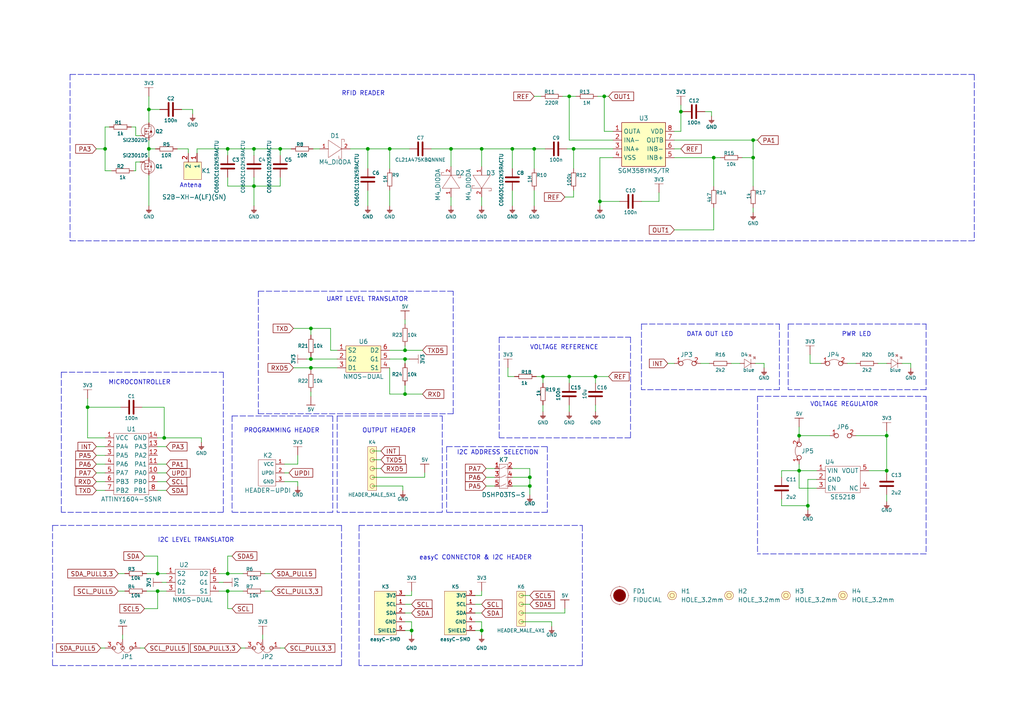
<source format=kicad_sch>
(kicad_sch (version 20211123) (generator eeschema)
  (paper "A4")
  (title_block (title "125kHz RFID board") (date "2023-07-18") (rev "V2.3.0.") (company "Soldered") (comment 1 "333154"))
  (lib_symbols
    (symbol "0603C_1" (pin_numbers hide) (pin_names (offset 0.002))
      (property "Reference" "C" (at 0 3.81 0))
      (property "Value" "0603C_1" (at 0 -3.175 0))
      (symbol "0603C_1_1_1"
        (pin passive line (at -3.175 0 0) (length 2.54) (name "~") (number "1"))
        (pin passive line (at 3.175 0 180) (length 2.54) (name "~") (number "2"))
      )
    )
    (symbol "0603C_2" (pin_numbers hide) (pin_names (offset 0.002))
      (property "Reference" "C" (at 0 3.81 0))
      (property "Value" "0603C_2" (at 0 -3.175 0))
      (symbol "0603C_2_1_1"
        (pin passive line (at -3.175 0 0) (length 2.54) (name "~") (number "1"))
        (pin passive line (at 3.175 0 180) (length 2.54) (name "~") (number "2"))
      )
    )
    (symbol "0603R_1" (pin_numbers hide) (pin_names (offset 0.254))
      (property "Reference" "R" (at 0 1.27 0))
      (property "Value" "0603R_1" (at 0 -1.905 0))
      (symbol "0603R_1_1_1"
        (pin passive line (at -3.175 0 0) (length 1.27) (name "~") (number "1"))
        (pin passive line (at 3.175 0 180) (length 1.27) (name "~") (number "2"))
      )
    )
    (symbol "0603R_2" (pin_numbers hide) (pin_names (offset 0.254))
      (property "Reference" "R" (at 0 1.27 0))
      (property "Value" "0603R_2" (at 0 -1.905 0))
      (symbol "0603R_2_1_1"
        (pin passive line (at -3.175 0 0) (length 1.27) (name "~") (number "1"))
        (pin passive line (at 3.175 0 180) (length 1.27) (name "~") (number "2"))
      )
    )
    (symbol "GND_11" (power) (pin_names (offset 0))
      (property "Value" "GND_11" (at 0 -2.921 0))
      (symbol "GND_11_1_1"
        (pin power_in line (at 0 0 270) (length 0) hide (name "GND") (number "1"))
      )
    )
    (symbol "GND_12" (power) (pin_names (offset 0))
      (property "Value" "GND_12" (at 0 -2.921 0))
      (symbol "GND_12_1_1"
        (pin power_in line (at 0 0 270) (length 0) hide (name "GND") (number "1"))
      )
    )
    (symbol "GND_13" (power) (pin_names (offset 0))
      (property "Value" "GND_13" (at 0 -2.921 0))
      (symbol "GND_13_1_1"
        (pin power_in line (at 0 0 270) (length 0) hide (name "GND") (number "1"))
      )
    )
    (symbol "GND_14" (power) (pin_names (offset 0))
      (property "Value" "GND_14" (at 0 -2.921 0))
      (symbol "GND_14_1_1"
        (pin power_in line (at 0 0 270) (length 0) hide (name "GND") (number "1"))
      )
    )
    (symbol "GND_15" (power) (pin_names (offset 0))
      (property "Value" "GND_15" (at 0 -2.921 0))
      (symbol "GND_15_1_1"
        (pin power_in line (at 0 0 270) (length 0) hide (name "GND") (number "1"))
      )
    )
    (symbol "GND_16" (power) (pin_names (offset 0))
      (property "Value" "GND_16" (at 0 -2.921 0))
      (symbol "GND_16_1_1"
        (pin power_in line (at 0 0 270) (length 0) hide (name "GND") (number "1"))
      )
    )
    (symbol "GND_17" (power) (pin_names (offset 0))
      (property "Value" "GND_17" (at 0 -2.921 0))
      (symbol "GND_17_1_1"
        (pin power_in line (at 0 0 270) (length 0) hide (name "GND") (number "1"))
      )
    )
    (symbol "GND_18" (power) (pin_names (offset 0))
      (property "Value" "GND_18" (at 0 -2.921 0))
      (symbol "GND_18_1_1"
        (pin power_in line (at 0 0 270) (length 0) hide (name "GND") (number "1"))
      )
    )
    (symbol "GND_2" (power) (pin_names (offset 0))
      (property "Value" "GND_2" (at 0 -2.921 0))
      (symbol "GND_2_1_1"
        (pin power_in line (at 0 0 270) (length 0) hide (name "GND") (number "1"))
      )
    )
    (symbol "GND_20" (power) (pin_names (offset 0))
      (property "Value" "GND_20" (at 0 -2.921 0))
      (symbol "GND_20_1_1"
        (pin power_in line (at 0 0 270) (length 0) hide (name "GND") (number "1"))
      )
    )
    (symbol "GND_21" (power) (pin_names (offset 0))
      (property "Value" "GND_21" (at 0 -2.921 0))
      (symbol "GND_21_1_1"
        (pin power_in line (at 0 0 270) (length 0) hide (name "GND") (number "1"))
      )
    )
    (symbol "GND_22" (power) (pin_names (offset 0))
      (property "Value" "GND_22" (at 0 -2.921 0))
      (symbol "GND_22_1_1"
        (pin power_in line (at 0 0 270) (length 0) hide (name "GND") (number "1"))
      )
    )
    (symbol "GND_23" (power) (pin_names (offset 0))
      (property "Value" "GND_23" (at 0 -2.921 0))
      (symbol "GND_23_1_1"
        (pin power_in line (at 0 0 270) (length 0) hide (name "GND") (number "1"))
      )
    )
    (symbol "GND_24" (power) (pin_names (offset 0))
      (property "Value" "GND_24" (at 0 -2.921 0))
      (symbol "GND_24_1_1"
        (pin power_in line (at 0 0 270) (length 0) hide (name "GND") (number "1"))
      )
    )
    (symbol "GND_25" (power) (pin_names (offset 0))
      (property "Value" "GND_25" (at 0 -2.921 0))
      (symbol "GND_25_1_1"
        (pin power_in line (at 0 0 270) (length 0) hide (name "GND") (number "1"))
      )
    )
    (symbol "GND_26" (power) (pin_names (offset 0))
      (property "Value" "GND_26" (at 0 -2.921 0))
      (symbol "GND_26_1_1"
        (pin power_in line (at 0 0 270) (length 0) hide (name "GND") (number "1"))
      )
    )
    (symbol "GND_3" (power) (pin_names (offset 0))
      (property "Value" "GND_3" (at 0 -2.921 0))
      (symbol "GND_3_1_1"
        (pin power_in line (at 0 0 270) (length 0) hide (name "GND") (number "1"))
      )
    )
    (symbol "GND_4" (power) (pin_names (offset 0))
      (property "Value" "GND_4" (at 0 -2.921 0))
      (symbol "GND_4_1_1"
        (pin power_in line (at 0 0 270) (length 0) hide (name "GND") (number "1"))
      )
    )
    (symbol "GND_5" (power) (pin_names (offset 0))
      (property "Value" "GND_5" (at 0 -2.921 0))
      (symbol "GND_5_1_1"
        (pin power_in line (at 0 0 270) (length 0) hide (name "GND") (number "1"))
      )
    )
    (symbol "GND_6" (power) (pin_names (offset 0))
      (property "Value" "GND_6" (at 0 -2.921 0))
      (symbol "GND_6_1_1"
        (pin power_in line (at 0 0 270) (length 0) hide (name "GND") (number "1"))
      )
    )
    (symbol "GND_8" (power) (pin_names (offset 0))
      (property "Value" "GND_8" (at 0 -2.921 0))
      (symbol "GND_8_1_1"
        (pin power_in line (at 0 0 270) (length 0) hide (name "GND") (number "1"))
      )
    )
    (symbol "NMOS-DUAL_1"
      (property "Reference" "U" (at 0 5.08 0))
      (property "Value" "NMOS-DUAL_1" (at 0 -5.08 0))
      (symbol "NMOS-DUAL_1_1_1"
        (pin input line (at -7.62 2.54 0) (length 2.54) (name "S2") (number "1"))
        (pin input line (at -7.62 0 0) (length 2.54) (name "G2") (number "2"))
        (pin input line (at -7.62 -2.54 0) (length 2.54) (name "D1") (number "3"))
        (pin input line (at 7.62 -2.54 180) (length 2.54) (name "S1") (number "4"))
        (pin input line (at 7.62 0 180) (length 2.54) (name "G1") (number "5"))
        (pin input line (at 7.62 2.54 180) (length 2.54) (name "D2") (number "6"))
      )
    )
    (symbol "e-radionica.com schematics:0402LED" (pin_numbers hide) (pin_names (offset 0.254) hide)
      (property "Reference" "D" (at -0.635 2.54 0))
      (property "Value" "0402LED" (at 0 -2.54 0))
      (symbol "0402LED_1_1"
        (pin passive line (at -1.905 0 0) (length 1.27) (name "A") (number "1"))
        (pin passive line (at 2.54 0 180) (length 1.27) (name "K") (number "2"))
      )
    )
    (symbol "e-radionica.com schematics:0402R" (pin_numbers hide) (pin_names (offset 0.254))
      (property "Reference" "R" (at -1.905 1.27 0))
      (property "Value" "0402R" (at 0 -1.27 0))
      (symbol "0402R_1_1"
        (pin passive line (at -3.175 0 0) (length 1.27) (name "~") (number "1"))
        (pin passive line (at 3.175 0 180) (length 1.27) (name "~") (number "2"))
      )
    )
    (symbol "e-radionica.com schematics:0603C" (pin_numbers hide) (pin_names (offset 0.002))
      (property "Reference" "C" (at -0.635 3.175 0))
      (property "Value" "0603C" (at 0 -3.175 0))
      (symbol "0603C_1_1"
        (pin passive line (at -3.175 0 0) (length 2.54) (name "~") (number "1"))
        (pin passive line (at 3.175 0 180) (length 2.54) (name "~") (number "2"))
      )
    )
    (symbol "e-radionica.com schematics:0603R" (pin_numbers hide) (pin_names (offset 0.254))
      (property "Reference" "R" (at -1.905 1.905 0))
      (property "Value" "0603R" (at 0 -1.905 0))
      (symbol "0603R_1_1"
        (pin passive line (at -3.175 0 0) (length 1.27) (name "~") (number "1"))
        (pin passive line (at 3.175 0 180) (length 1.27) (name "~") (number "2"))
      )
    )
    (symbol "e-radionica.com schematics:0805C" (pin_numbers hide)
      (property "Reference" "C" (at -0.635 3.175 0))
      (property "Value" "0805C" (at 0 -3.175 0))
      (symbol "0805C_1_1"
        (pin passive line (at -3.175 0 0) (length 2.54) (name "~") (number "1"))
        (pin passive line (at 3.175 0 180) (length 2.54) (name "~") (number "2"))
      )
    )
    (symbol "e-radionica.com schematics:1206C" (pin_numbers hide)
      (property "Reference" "C" (at -0.635 3.175 0))
      (property "Value" "1206C" (at 0 -3.175 0))
      (symbol "1206C_1_1"
        (pin passive line (at -3.175 0 0) (length 2.54) (name "~") (number "1"))
        (pin passive line (at 3.175 0 180) (length 2.54) (name "~") (number "2"))
      )
    )
    (symbol "e-radionica.com schematics:3V3" (power) (pin_names (offset 0))
      (property "Value" "3V3" (at 0 3.556 0))
      (symbol "3V3_1_1"
        (pin power_in line (at 0 0 90) (length 0) hide (name "3V3") (number "1"))
      )
    )
    (symbol "e-radionica.com schematics:5V" (power) (pin_names (offset 0))
      (property "Value" "5V" (at 0 3.556 0))
      (symbol "5V_1_1"
        (pin power_in line (at 0 0 90) (length 0) hide (name "5V") (number "1"))
      )
    )
    (symbol "e-radionica.com schematics:ATTINY1604-SSNR"
      (property "Reference" "U" (at 0 10.16 0))
      (property "Value" "ATTINY1604-SSNR" (at 0 -10.16 0))
      (symbol "ATTINY1604-SSNR_1_1"
        (pin passive line (at -7.62 7.62 0) (length 2.54) (name "VCC") (number "1"))
        (pin passive line (at 7.62 -2.54 180) (length 2.54) (name "PA0") (number "10"))
        (pin passive line (at 7.62 0 180) (length 2.54) (name "PA1") (number "11"))
        (pin passive line (at 7.62 2.54 180) (length 2.54) (name "PA2") (number "12"))
        (pin passive line (at 7.62 5.08 180) (length 2.54) (name "PA3") (number "13"))
        (pin passive line (at 7.62 7.62 180) (length 2.54) (name "GND") (number "14"))
        (pin passive line (at -7.62 5.08 0) (length 2.54) (name "PA4") (number "2"))
        (pin passive line (at -7.62 2.54 0) (length 2.54) (name "PA5") (number "3"))
        (pin passive line (at -7.62 0 0) (length 2.54) (name "PA6") (number "4"))
        (pin passive line (at -7.62 -2.54 0) (length 2.54) (name "PA7") (number "5"))
        (pin passive line (at -7.62 -5.08 0) (length 2.54) (name "PB3") (number "6"))
        (pin passive line (at -7.62 -7.62 0) (length 2.54) (name "PB2") (number "7"))
        (pin passive line (at 7.62 -7.62 180) (length 2.54) (name "PB1") (number "8"))
        (pin passive line (at 7.62 -5.08 180) (length 2.54) (name "PB0") (number "9"))
      )
    )
    (symbol "e-radionica.com schematics:DSHP03TS-S"
      (property "Reference" "K" (at 0 5.08 0))
      (property "Value" "DSHP03TS-S" (at 0 -5.08 0))
      (symbol "DSHP03TS-S_1_1"
        (pin bidirectional line (at -2.54 2.54 0) (length 1.27) (name "~") (number "1"))
        (pin bidirectional line (at 2.54 2.54 180) (length 1.27) (name "~") (number "2"))
        (pin bidirectional line (at -2.54 0 0) (length 1.27) (name "~") (number "3"))
        (pin bidirectional line (at 2.54 0 180) (length 1.27) (name "~") (number "4"))
        (pin bidirectional line (at -2.54 -2.54 0) (length 1.27) (name "~") (number "5"))
        (pin bidirectional line (at 2.54 -2.54 180) (length 1.27) (name "~") (number "6"))
      )
    )
    (symbol "e-radionica.com schematics:FIDUCIAL" (in_bom no)
      (property "Reference" "FD" (at 0 3.81 0))
      (property "Value" "FIDUCIAL" (at 0 -3.81 0))
    )
    (symbol "e-radionica.com schematics:GND" (power) (pin_names (offset 0))
      (property "Value" "GND" (at 0 -2.921 0))
      (symbol "GND_1_1"
        (pin power_in line (at 0 0 270) (length 0) hide (name "GND") (number "1"))
      )
    )
    (symbol "e-radionica.com schematics:HEADER-UPDI"
      (property "Reference" "K" (at -1.27 5.08 0))
      (property "Value" "HEADER-UPDI" (at 0 -5.08 0))
      (symbol "HEADER-UPDI_1_1"
        (pin power_in line (at 5.08 2.54 180) (length 2.54) (name "VCC") (number "1"))
        (pin bidirectional line (at 5.08 0 180) (length 2.54) (name "UPDI") (number "2"))
        (pin power_in line (at 5.08 -2.54 180) (length 2.54) (name "GND") (number "3"))
      )
    )
    (symbol "e-radionica.com schematics:HEADER_MALE_4X1" (pin_numbers hide) (pin_names hide)
      (property "Reference" "K" (at -0.635 7.62 0))
      (property "Value" "HEADER_MALE_4X1" (at 0 -5.08 0))
      (symbol "HEADER_MALE_4X1_1_1"
        (pin passive line (at 0 -2.54 180) (length 0) (name "~") (number "1"))
        (pin passive line (at 0 0 180) (length 0) (name "~") (number "2"))
        (pin passive line (at 0 2.54 180) (length 0) (name "~") (number "3"))
        (pin passive line (at 0 5.08 180) (length 0) (name "~") (number "4"))
      )
    )
    (symbol "e-radionica.com schematics:HEADER_MALE_5X1" (pin_numbers hide) (pin_names hide)
      (property "Reference" "K" (at -0.635 7.62 0))
      (property "Value" "HEADER_MALE_5X1" (at 0.635 -7.62 0))
      (symbol "HEADER_MALE_5X1_1_1"
        (pin passive line (at 0 -5.08 180) (length 0) (name "~") (number "1"))
        (pin passive line (at 0 -2.54 180) (length 0) (name "~") (number "2"))
        (pin passive line (at 0 0 180) (length 0) (name "~") (number "3"))
        (pin passive line (at 0 2.54 180) (length 0) (name "~") (number "4"))
        (pin passive line (at 0 5.08 180) (length 0) (name "~") (number "5"))
      )
    )
    (symbol "e-radionica.com schematics:HOLE_3.2mm" (pin_numbers hide) (pin_names hide)
      (property "Reference" "H" (at 0 2.54 0))
      (property "Value" "HOLE_3.2mm" (at 0 -2.54 0))
    )
    (symbol "e-radionica.com schematics:M4_DIODA" (pin_names hide)
      (property "Reference" "D" (at 0 3.81 0))
      (property "Value" "M4_DIODA" (at 0 -4.572 0))
      (symbol "M4_DIODA_1_1"
        (pin passive line (at -5.08 0 0) (length 2.54) (name "A") (number "1"))
        (pin passive line (at 3.81 0 180) (length 2.54) (name "K") (number "2"))
      )
    )
    (symbol "e-radionica.com schematics:NMOS-DUAL"
      (property "Reference" "U" (at -3.81 5.08 0))
      (property "Value" "NMOS-DUAL" (at 0 -5.08 0))
      (symbol "NMOS-DUAL_1_1"
        (pin input line (at -7.62 2.54 0) (length 2.54) (name "S2") (number "1"))
        (pin input line (at -7.62 0 0) (length 2.54) (name "G2") (number "2"))
        (pin input line (at -7.62 -2.54 0) (length 2.54) (name "D1") (number "3"))
        (pin input line (at 7.62 -2.54 180) (length 2.54) (name "S1") (number "4"))
        (pin input line (at 7.62 0 180) (length 2.54) (name "G1") (number "5"))
        (pin input line (at 7.62 2.54 180) (length 2.54) (name "D2") (number "6"))
      )
    )
    (symbol "e-radionica.com schematics:NMOS-SOT-23-3" (pin_numbers hide) (pin_names hide)
      (property "Reference" "Q" (at -1.143 2.921 0))
      (property "Value" "NMOS-SOT-23-3" (at 1.524 -3.937 0))
      (symbol "NMOS-SOT-23-3_1_1"
        (pin passive line (at -1.27 -1.27 0) (length 1.27) (name "G") (number "1"))
        (pin passive line (at 1.27 -2.54 90) (length 1.27) (name "S") (number "2"))
        (pin passive line (at 1.27 2.54 270) (length 1.27) (name "D") (number "3"))
      )
    )
    (symbol "e-radionica.com schematics:PMOS-SOT-23-3" (pin_numbers hide) (pin_names hide)
      (property "Reference" "Q" (at -1.27 2.54 0))
      (property "Value" "PMOS-SOT-23-3" (at 0.381 -4.064 0))
      (symbol "PMOS-SOT-23-3_1_1"
        (pin passive line (at -1.27 -1.27 0) (length 1.27) (name "G") (number "1"))
        (pin passive line (at 1.27 -2.54 90) (length 1.27) (name "S") (number "2"))
        (pin passive line (at 1.27 2.54 270) (length 1.27) (name "D") (number "3"))
      )
    )
    (symbol "e-radionica.com schematics:S2B-XH-A(LF)(SN)"
      (property "Reference" "K" (at 0 3.81 0))
      (property "Value" "S2B-XH-A(LF)(SN)" (at 0 -3.81 0))
      (symbol "S2B-XH-A(LF)(SN)_1_1"
        (pin input line (at -5.08 1.27 0) (length 2.54) (name "1") (number "1"))
        (pin input line (at -5.08 -1.27 0) (length 2.54) (name "2") (number "2"))
      )
    )
    (symbol "e-radionica.com schematics:SE5218"
      (property "Reference" "U" (at -3.81 5.08 0))
      (property "Value" "SE5218" (at 0 -5.08 0))
      (symbol "SE5218_1_1"
        (pin power_in line (at -7.62 2.54 0) (length 2.54) (name "VIN") (number "1"))
        (pin power_in line (at -7.62 0 0) (length 2.54) (name "GND") (number "2"))
        (pin input line (at -7.62 -2.54 0) (length 2.54) (name "EN") (number "3"))
        (pin passive line (at 7.62 -2.54 180) (length 2.54) (name "NC") (number "4"))
        (pin power_out line (at 7.62 2.54 180) (length 2.54) (name "VOUT") (number "5"))
      )
    )
    (symbol "e-radionica.com schematics:SGM358YMS{slash}TR"
      (property "Reference" "U" (at 0 7.62 0))
      (property "Value" "SGM358YMS{slash}TR" (at 0 -7.62 0))
      (symbol "SGM358YMS{slash}TR_1_1"
        (pin output line (at -8.89 3.81 0) (length 2.54) (name "OUTA") (number "1"))
        (pin input line (at -8.89 1.27 0) (length 2.54) (name "INA-") (number "2"))
        (pin input line (at -8.89 -1.27 0) (length 2.54) (name "INA+") (number "3"))
        (pin input line (at -8.89 -3.81 0) (length 2.54) (name "VSS") (number "4"))
        (pin input line (at 8.89 -3.81 180) (length 2.54) (name "INB+") (number "5"))
        (pin input line (at 8.89 -1.27 180) (length 2.54) (name "INB-") (number "6"))
        (pin output line (at 8.89 1.27 180) (length 2.54) (name "OUTB") (number "7"))
        (pin input line (at 8.89 3.81 180) (length 2.54) (name "VDD") (number "8"))
      )
    )
    (symbol "e-radionica.com schematics:SMD-JUMPER-CONNECTED_TRACE_SLODERMASK"
      (property "Reference" "JP" (at 0 3.556 0))
      (property "Value" "SMD-JUMPER-CONNECTED_TRACE_SLODERMASK" (at 0 -2.54 0))
      (symbol "SMD-JUMPER-CONNECTED_TRACE_SLODERMASK_1_1"
        (pin passive inverted (at -3.81 0 0) (length 2.54) (name "") (number "1"))
        (pin passive inverted (at 3.81 0 180) (length 2.54) (name "") (number "2"))
      )
    )
    (symbol "e-radionica.com schematics:SMD-JUMPER-CONNECTED_TRACE_SOLDERMASK"
      (property "Reference" "JP" (at 0 3.556 0))
      (property "Value" "SMD-JUMPER-CONNECTED_TRACE_SOLDERMASK" (at 0 -2.54 0))
      (symbol "SMD-JUMPER-CONNECTED_TRACE_SOLDERMASK_1_1"
        (pin passive inverted (at -3.81 0 0) (length 2.54) (name "") (number "1"))
        (pin passive inverted (at 3.81 0 180) (length 2.54) (name "") (number "2"))
      )
    )
    (symbol "e-radionica.com schematics:SMD_JUMPER"
      (property "Reference" "JP" (at 0 1.397 0))
      (property "Value" "SMD_JUMPER" (at 0.508 -3.048 0))
      (symbol "SMD_JUMPER_1_1"
        (pin passive inverted (at -3.81 0 0) (length 2.54) (name "") (number "1"))
        (pin passive inverted (at 3.81 0 180) (length 2.54) (name "") (number "2"))
      )
    )
    (symbol "e-radionica.com schematics:SMD_JUMPER_3_PAD_TRACE"
      (property "Reference" "JP" (at 0.0254 5.461 0))
      (property "Value" "SMD_JUMPER_3_PAD_TRACE" (at 0.3048 -4.572 0))
      (symbol "SMD_JUMPER_3_PAD_TRACE_1_1"
        (pin input line (at -5.08 0 0) (length 2.54) (name "") (number "1"))
        (pin input line (at 0 -2.54 90) (length 2.54) (name "") (number "2"))
        (pin input line (at 5.08 0 180) (length 2.54) (name "") (number "3"))
      )
    )
    (symbol "e-radionica.com schematics:SMD_JUMPER_3_PAD_TRACE_1"
      (property "Reference" "JP" (at 0.0254 5.461 0))
      (property "Value" "SMD_JUMPER_3_PAD_TRACE" (at 0.3048 -4.572 0))
      (symbol "SMD_JUMPER_3_PAD_TRACE_1_1_1"
        (pin input line (at -5.08 0 0) (length 2.54) (name "") (number "1"))
        (pin input line (at 0 -2.54 90) (length 2.54) (name "") (number "2"))
        (pin input line (at 5.08 0 180) (length 2.54) (name "") (number "3"))
      )
    )
    (symbol "e-radionica.com schematics:easyC-SMD" (pin_names (offset 0.002))
      (property "Reference" "K" (at -2.54 10.16 0))
      (property "Value" "easyC-SMD" (at 0 -5.08 0))
      (symbol "easyC-SMD_1_1"
        (pin passive line (at 5.715 5.08 180) (length 2.54) (name "SCL") (number "1"))
        (pin passive line (at 5.715 2.54 180) (length 2.54) (name "SDA") (number "2"))
        (pin passive line (at 5.715 7.62 180) (length 2.54) (name "3V3") (number "3"))
        (pin passive line (at 5.715 0 180) (length 2.54) (name "GND") (number "4"))
        (pin passive line (at 5.715 -2.54 180) (length 2.54) (name "SHIELD") (number "5"))
      )
    )
  )
  (junction (at 165.1 109.22) (diameter 0.9144))
  (junction (at 257.175 136.525) (diameter 0.9144))
  (junction (at 165.1 27.94) (diameter 0.9144))
  (junction (at 73.66 53.975) (diameter 0.9144))
  (junction (at 139.7 182.88) (diameter 0.9144))
  (junction (at 197.485 32.385))
  (junction (at 73.66 43.18) (diameter 0.9144))
  (junction (at 139.7 43.18) (diameter 0.9144))
  (junction (at 207.01 45.72) (diameter 0.9144))
  (junction (at 43.18 31.75))
  (junction (at 148.59 43.18) (diameter 0.9144))
  (junction (at 117.475 114.3))
  (junction (at 218.44 45.72))
  (junction (at 117.475 101.6))
  (junction (at 257.175 126.365) (diameter 0.9144))
  (junction (at 218.44 40.64))
  (junction (at 66.04 171.45) (diameter 0.9144))
  (junction (at 90.17 104.14))
  (junction (at 166.37 43.18) (diameter 0.9144))
  (junction (at 45.72 171.45) (diameter 0.9144))
  (junction (at 117.475 104.14))
  (junction (at 43.18 43.18))
  (junction (at 119.38 182.88) (diameter 0.9144))
  (junction (at 173.99 58.42))
  (junction (at 30.48 43.18))
  (junction (at 153.67 138.43) (diameter 0.9144))
  (junction (at 81.28 43.18) (diameter 0.9144))
  (junction (at 66.04 166.37) (diameter 0.9144))
  (junction (at 25.4 118.11) (diameter 0.9144))
  (junction (at 234.315 146.685) (diameter 0.9144))
  (junction (at 45.72 166.37) (diameter 0.9144))
  (junction (at 157.48 109.22) (diameter 0.9144))
  (junction (at 172.72 109.22) (diameter 0.9144))
  (junction (at 231.775 126.365))
  (junction (at 90.17 106.68))
  (junction (at 47.625 127) (diameter 0.9144))
  (junction (at 106.68 43.18) (diameter 0.9144))
  (junction (at 113.03 43.18) (diameter 0.9144))
  (junction (at 175.26 27.94) (diameter 0.9144))
  (junction (at 130.81 43.18) (diameter 0.9144))
  (junction (at 153.67 140.97) (diameter 0.9144))
  (junction (at 154.94 43.18) (diameter 0.9144))
  (junction (at 90.17 95.25))
  (junction (at 231.775 136.525) (diameter 0.9144))
  (junction (at 66.04 43.18) (diameter 0.9144))
  (wire (pts (xy 117.475 100.33) (xy 117.475 101.6)))
  (wire (pts (xy 113.03 114.3) (xy 117.475 114.3)))
  (wire (pts (xy 165.1 117.475) (xy 165.1 119.38)))
  (wire (pts (xy 45.72 171.45) (xy 48.26 171.45)))
  (wire (pts (xy 139.7 182.88) (xy 139.7 184.15)))
  (wire (pts (xy 166.37 43.18) (xy 166.37 48.895)))
  (wire (pts (xy 30.48 43.18) (xy 30.48 49.53)))
  (wire (pts (xy 163.83 177.8) (xy 163.83 176.53)))
  (wire (pts (xy 148.59 135.89) (xy 153.67 135.89)))
  (wire (pts (xy 90.17 95.25) (xy 90.17 97.155)))
  (wire (pts (xy 226.695 146.685) (xy 234.315 146.685)))
  (wire (pts (xy 117.475 104.14) (xy 117.475 105.41)))
  (wire (pts (xy 45.72 139.7) (xy 48.26 139.7)))
  (polyline (pts (xy 74.93 120.015) (xy 131.445 120.015)))
  (wire (pts (xy 160.02 180.34) (xy 160.02 181.61)))
  (wire (pts (xy 107.95 133.35) (xy 110.49 133.35)))
  (wire (pts (xy 151.13 172.72) (xy 153.67 172.72)))
  (wire (pts (xy 139.7 57.15) (xy 139.7 59.69)))
  (wire (pts (xy 257.175 126.365) (xy 257.175 136.525)))
  (wire (pts (xy 57.15 43.18) (xy 57.15 44.45)))
  (wire (pts (xy 117.475 172.72) (xy 119.38 172.72)))
  (wire (pts (xy 117.475 182.88) (xy 119.38 182.88)))
  (wire (pts (xy 30.48 36.83) (xy 30.48 43.18)))
  (wire (pts (xy 125.095 43.18) (xy 130.81 43.18)))
  (wire (pts (xy 97.79 101.6) (xy 95.885 101.6)))
  (wire (pts (xy 137.795 182.88) (xy 139.7 182.88)))
  (wire (pts (xy 164.465 43.18) (xy 166.37 43.18)))
  (wire (pts (xy 166.37 43.18) (xy 177.8 43.18)))
  (wire (pts (xy 43.18 35.56) (xy 43.18 31.75)))
  (wire (pts (xy 43.18 31.75) (xy 43.18 27.94)))
  (wire (pts (xy 46.355 31.75) (xy 43.18 31.75)))
  (wire (pts (xy 95.885 95.25) (xy 90.17 95.25)))
  (wire (pts (xy 219.71 40.64) (xy 218.44 40.64)))
  (wire (pts (xy 130.81 43.18) (xy 139.7 43.18)))
  (wire (pts (xy 130.81 48.26) (xy 130.81 43.18)))
  (wire (pts (xy 172.72 109.22) (xy 176.53 109.22)))
  (wire (pts (xy 85.09 95.25) (xy 90.17 95.25)))
  (wire (pts (xy 231.775 141.605) (xy 231.775 136.525)))
  (polyline (pts (xy 97.79 120.65) (xy 97.79 148.59)) (stroke (width 0) (type dash)))
  (polyline (pts (xy 97.79 120.65) (xy 128.27 120.65)) (stroke (width 0) (type dash)))
  (polyline (pts (xy 128.27 120.65) (xy 128.27 148.59)) (stroke (width 0) (type dash)))
  (polyline (pts (xy 128.27 148.59) (xy 97.79 148.59)) (stroke (width 0) (type dash)))
  (wire (pts (xy 43.18 50.8) (xy 43.18 59.69)))
  (wire (pts (xy 66.04 51.435) (xy 66.04 53.975)))
  (wire (pts (xy 66.04 53.975) (xy 73.66 53.975)))
  (wire (pts (xy 67.31 161.29) (xy 66.04 161.29)))
  (wire (pts (xy 173.99 59.69) (xy 173.99 58.42)))
  (wire (pts (xy 52.705 31.75) (xy 55.88 31.75)))
  (wire (pts (xy 55.88 31.75) (xy 55.88 33.02)))
  (wire (pts (xy 234.315 139.065) (xy 234.315 146.685)))
  (wire (pts (xy 38.735 49.53) (xy 39.37 49.53)))
  (wire (pts (xy 218.44 45.72) (xy 215.265 45.72)))
  (wire (pts (xy 73.66 43.18) (xy 66.04 43.18)))
  (wire (pts (xy 81.28 43.18) (xy 73.66 43.18)))
  (wire (pts (xy 81.28 45.085) (xy 81.28 43.18)))
  (wire (pts (xy 34.29 171.45) (xy 36.195 171.45)))
  (polyline (pts (xy 74.93 84.455) (xy 74.93 120.015)))
  (wire (pts (xy 234.315 146.685) (xy 234.315 147.955)))
  (wire (pts (xy 153.67 140.97) (xy 153.67 143.51)))
  (polyline (pts (xy 129.54 129.54) (xy 158.75 129.54)) (stroke (width 0) (type dash)))
  (wire (pts (xy 117.475 180.34) (xy 119.38 180.34)))
  (wire (pts (xy 45.72 176.53) (xy 45.72 171.45)))
  (wire (pts (xy 51.435 43.18) (xy 54.61 43.18)))
  (wire (pts (xy 54.61 43.18) (xy 54.61 44.45)))
  (wire (pts (xy 39.37 39.37) (xy 39.37 36.83)))
  (wire (pts (xy 148.59 55.245) (xy 148.59 59.69)))
  (wire (pts (xy 140.97 138.43) (xy 143.51 138.43)))
  (wire (pts (xy 151.13 177.8) (xy 163.83 177.8)))
  (wire (pts (xy 197.485 32.385) (xy 197.485 30.48)))
  (wire (pts (xy 107.95 140.97) (xy 116.84 140.97)))
  (polyline (pts (xy 158.75 148.59) (xy 129.54 148.59)) (stroke (width 0) (type dash)))
  (polyline (pts (xy 268.605 93.98) (xy 268.605 113.03)) (stroke (width 0) (type dash)))
  (wire (pts (xy 66.04 171.45) (xy 70.485 171.45)))
  (polyline (pts (xy 268.605 114.935) (xy 268.605 160.655)) (stroke (width 0) (type dash)))
  (wire (pts (xy 76.835 171.45) (xy 78.74 171.45)))
  (wire (pts (xy 140.97 140.97) (xy 143.51 140.97)))
  (polyline (pts (xy 226.06 113.03) (xy 186.055 113.03)) (stroke (width 0) (type dash)))
  (wire (pts (xy 163.83 57.15) (xy 166.37 57.15)))
  (wire (pts (xy 166.37 57.15) (xy 166.37 55.245)))
  (wire (pts (xy 257.175 143.51) (xy 257.175 145.415)))
  (wire (pts (xy 218.44 40.64) (xy 195.58 40.64)))
  (wire (pts (xy 43.18 43.18) (xy 45.085 43.18)))
  (wire (pts (xy 73.66 53.975) (xy 73.66 59.69)))
  (wire (pts (xy 236.855 141.605) (xy 231.775 141.605)))
  (wire (pts (xy 234.95 105.41) (xy 234.95 102.87)))
  (wire (pts (xy 117.475 177.8) (xy 119.38 177.8)))
  (wire (pts (xy 139.7 180.34) (xy 139.7 182.88)))
  (wire (pts (xy 43.18 40.64) (xy 43.18 43.18)))
  (wire (pts (xy 25.4 115.57) (xy 25.4 118.11)))
  (wire (pts (xy 25.4 118.11) (xy 25.4 127)))
  (wire (pts (xy 107.95 130.81) (xy 110.49 130.81)))
  (wire (pts (xy 42.545 171.45) (xy 45.72 171.45)))
  (wire (pts (xy 43.18 45.72) (xy 43.18 43.18)))
  (wire (pts (xy 90.17 106.68) (xy 97.79 106.68)))
  (wire (pts (xy 40.64 39.37) (xy 39.37 39.37)))
  (wire (pts (xy 90.805 43.18) (xy 92.71 43.18)))
  (wire (pts (xy 41.91 176.53) (xy 45.72 176.53)))
  (wire (pts (xy 27.94 129.54) (xy 30.48 129.54)))
  (wire (pts (xy 177.8 40.64) (xy 165.1 40.64)))
  (wire (pts (xy 25.4 118.11) (xy 34.925 118.11)))
  (wire (pts (xy 40.64 187.96) (xy 41.91 187.96)))
  (wire (pts (xy 264.16 105.41) (xy 264.16 106.68)))
  (wire (pts (xy 137.795 175.26) (xy 139.7 175.26)))
  (wire (pts (xy 231.775 134.62) (xy 231.775 136.525)))
  (wire (pts (xy 195.58 66.675) (xy 207.01 66.675)))
  (wire (pts (xy 90.17 113.665) (xy 90.17 114.935)))
  (wire (pts (xy 66.04 176.53) (xy 66.04 171.45)))
  (wire (pts (xy 27.94 142.24) (xy 30.48 142.24)))
  (wire (pts (xy 157.48 117.475) (xy 157.48 119.38)))
  (wire (pts (xy 30.48 49.53) (xy 32.385 49.53)))
  (wire (pts (xy 218.44 45.72) (xy 218.44 53.975)))
  (wire (pts (xy 113.03 55.245) (xy 113.03 59.69)))
  (wire (pts (xy 154.94 55.245) (xy 154.94 59.69)))
  (wire (pts (xy 236.855 136.525) (xy 231.775 136.525)))
  (wire (pts (xy 139.7 43.18) (xy 148.59 43.18)))
  (wire (pts (xy 148.59 43.18) (xy 154.94 43.18)))
  (wire (pts (xy 154.94 43.18) (xy 158.115 43.18)))
  (wire (pts (xy 85.09 106.68) (xy 90.17 106.68)))
  (wire (pts (xy 173.99 58.42) (xy 179.705 58.42)))
  (wire (pts (xy 191.135 55.88) (xy 191.135 58.42)))
  (wire (pts (xy 248.285 126.365) (xy 257.175 126.365)))
  (wire (pts (xy 119.38 172.72) (xy 119.38 171.45)))
  (wire (pts (xy 236.855 139.065) (xy 234.315 139.065)))
  (polyline (pts (xy 131.445 120.015) (xy 131.445 84.455)))
  (wire (pts (xy 175.26 27.94) (xy 176.53 27.94)))
  (wire (pts (xy 165.1 40.64) (xy 165.1 27.94)))
  (wire (pts (xy 106.68 55.245) (xy 106.68 59.69)))
  (wire (pts (xy 218.44 60.325) (xy 218.44 61.595)))
  (wire (pts (xy 27.94 43.18) (xy 30.48 43.18)))
  (polyline (pts (xy 67.31 120.65) (xy 96.52 120.65)) (stroke (width 0) (type dash)))
  (polyline (pts (xy 268.605 113.03) (xy 228.6 113.03)) (stroke (width 0) (type dash)))
  (wire (pts (xy 195.58 43.18) (xy 197.485 43.18)))
  (wire (pts (xy 218.44 40.64) (xy 218.44 45.72)))
  (wire (pts (xy 30.48 36.83) (xy 31.75 36.83)))
  (wire (pts (xy 45.72 166.37) (xy 48.26 166.37)))
  (polyline (pts (xy 219.71 114.935) (xy 219.71 160.655)) (stroke (width 0) (type dash)))
  (wire (pts (xy 76.835 166.37) (xy 78.74 166.37)))
  (wire (pts (xy 221.615 105.41) (xy 219.075 105.41)))
  (wire (pts (xy 113.03 101.6) (xy 117.475 101.6)))
  (wire (pts (xy 212.09 105.41) (xy 214.63 105.41)))
  (polyline (pts (xy 186.055 93.98) (xy 226.06 93.98)) (stroke (width 0) (type dash)))
  (wire (pts (xy 198.12 32.385) (xy 197.485 32.385)))
  (wire (pts (xy 117.475 104.14) (xy 118.745 104.14)))
  (wire (pts (xy 117.475 92.71) (xy 117.475 93.98)))
  (wire (pts (xy 148.59 43.18) (xy 148.59 48.895)))
  (polyline (pts (xy 186.055 93.98) (xy 186.055 113.03)) (stroke (width 0) (type dash)))
  (wire (pts (xy 107.95 135.89) (xy 110.49 135.89)))
  (wire (pts (xy 226.695 144.78) (xy 226.695 146.685)))
  (wire (pts (xy 195.58 38.1) (xy 197.485 38.1)))
  (wire (pts (xy 73.66 51.435) (xy 73.66 53.975)))
  (wire (pts (xy 137.795 180.34) (xy 139.7 180.34)))
  (wire (pts (xy 101.6 43.18) (xy 106.68 43.18)))
  (wire (pts (xy 106.68 43.18) (xy 113.03 43.18)))
  (wire (pts (xy 119.38 182.88) (xy 119.38 184.15)))
  (wire (pts (xy 122.555 114.3) (xy 117.475 114.3)))
  (wire (pts (xy 39.37 36.83) (xy 38.1 36.83)))
  (wire (pts (xy 153.67 135.89) (xy 153.67 138.43)))
  (wire (pts (xy 45.72 161.29) (xy 45.72 166.37)))
  (wire (pts (xy 119.38 180.34) (xy 119.38 182.88)))
  (wire (pts (xy 137.795 172.72) (xy 139.7 172.72)))
  (wire (pts (xy 207.01 60.325) (xy 207.01 66.675)))
  (wire (pts (xy 154.94 43.18) (xy 154.94 48.895)))
  (wire (pts (xy 90.17 106.68) (xy 90.17 107.315)))
  (wire (pts (xy 245.745 105.41) (xy 248.285 105.41)))
  (wire (pts (xy 69.85 187.96) (xy 71.12 187.96)))
  (polyline (pts (xy 20.32 21.59) (xy 20.32 69.85)) (stroke (width 0) (type dash)))
  (polyline (pts (xy 20.32 21.59) (xy 282.575 21.59)) (stroke (width 0) (type dash)))
  (polyline (pts (xy 282.575 21.59) (xy 282.575 69.85)) (stroke (width 0) (type dash)))
  (polyline (pts (xy 282.575 69.85) (xy 20.32 69.85)) (stroke (width 0) (type dash)))
  (wire (pts (xy 34.29 166.37) (xy 36.195 166.37)))
  (wire (pts (xy 41.91 161.29) (xy 45.72 161.29)))
  (wire (pts (xy 90.17 104.14) (xy 97.79 104.14)))
  (wire (pts (xy 154.94 27.94) (xy 156.845 27.94)))
  (wire (pts (xy 231.775 126.365) (xy 231.775 127)))
  (wire (pts (xy 46.99 168.91) (xy 48.26 168.91)))
  (wire (pts (xy 165.1 109.22) (xy 165.1 111.125)))
  (polyline (pts (xy 226.06 93.98) (xy 226.06 113.03)) (stroke (width 0) (type dash)))
  (wire (pts (xy 63.5 171.45) (xy 66.04 171.45)))
  (wire (pts (xy 254.635 105.41) (xy 257.175 105.41)))
  (wire (pts (xy 39.37 46.99) (xy 39.37 49.53)))
  (wire (pts (xy 35.56 184.15) (xy 35.56 185.42)))
  (polyline (pts (xy 219.71 114.935) (xy 268.605 114.935)) (stroke (width 0) (type dash)))
  (wire (pts (xy 140.97 135.89) (xy 143.51 135.89)))
  (wire (pts (xy 193.675 105.41) (xy 195.58 105.41)))
  (wire (pts (xy 107.95 138.43) (xy 123.19 138.43)))
  (wire (pts (xy 27.94 139.7) (xy 30.48 139.7)))
  (wire (pts (xy 106.68 43.18) (xy 106.68 48.895)))
  (wire (pts (xy 82.55 139.7) (xy 86.36 139.7)))
  (wire (pts (xy 86.36 139.7) (xy 86.36 140.97)))
  (wire (pts (xy 113.03 43.18) (xy 113.03 48.895)))
  (wire (pts (xy 76.2 184.15) (xy 76.2 185.42)))
  (wire (pts (xy 81.28 187.96) (xy 82.55 187.96)))
  (wire (pts (xy 172.72 117.475) (xy 172.72 119.38)))
  (wire (pts (xy 257.175 136.525) (xy 257.175 137.16)))
  (wire (pts (xy 137.795 177.8) (xy 139.7 177.8)))
  (wire (pts (xy 90.17 103.505) (xy 90.17 104.14)))
  (wire (pts (xy 63.5 166.37) (xy 66.04 166.37)))
  (wire (pts (xy 57.15 43.18) (xy 66.04 43.18)))
  (wire (pts (xy 66.04 45.085) (xy 66.04 43.18)))
  (wire (pts (xy 73.66 53.975) (xy 81.28 53.975)))
  (wire (pts (xy 81.28 51.435) (xy 81.28 53.975)))
  (wire (pts (xy 63.5 168.91) (xy 64.77 168.91)))
  (wire (pts (xy 226.695 138.43) (xy 226.695 136.525)))
  (polyline (pts (xy 228.6 93.98) (xy 228.6 113.03)) (stroke (width 0) (type dash)))
  (wire (pts (xy 221.615 105.41) (xy 221.615 106.68)))
  (wire (pts (xy 113.03 104.14) (xy 117.475 104.14)))
  (wire (pts (xy 27.94 134.62) (xy 30.48 134.62)))
  (wire (pts (xy 206.375 32.385) (xy 204.47 32.385)))
  (wire (pts (xy 148.59 140.97) (xy 153.67 140.97)))
  (polyline (pts (xy 67.31 120.65) (xy 67.31 148.59)) (stroke (width 0) (type dash)))
  (polyline (pts (xy 15.24 152.4) (xy 15.24 193.04)) (stroke (width 0) (type dash)))
  (polyline (pts (xy 15.24 152.4) (xy 99.06 152.4)) (stroke (width 0) (type dash)))
  (polyline (pts (xy 99.06 152.4) (xy 99.06 193.04)) (stroke (width 0) (type dash)))
  (polyline (pts (xy 99.06 193.04) (xy 15.24 193.04)) (stroke (width 0) (type dash)))
  (wire (pts (xy 173.99 45.72) (xy 173.99 58.42)))
  (polyline (pts (xy 129.54 129.54) (xy 129.54 148.59)) (stroke (width 0) (type dash)))
  (wire (pts (xy 139.7 48.26) (xy 139.7 43.18)))
  (wire (pts (xy 257.175 125.095) (xy 257.175 126.365)))
  (wire (pts (xy 231.775 123.825) (xy 231.775 126.365)))
  (wire (pts (xy 117.475 101.6) (xy 122.555 101.6)))
  (wire (pts (xy 82.55 134.62) (xy 86.36 134.62)))
  (wire (pts (xy 86.36 134.62) (xy 86.36 132.08)))
  (wire (pts (xy 95.885 101.6) (xy 95.885 95.25)))
  (wire (pts (xy 155.575 109.22) (xy 157.48 109.22)))
  (wire (pts (xy 157.48 109.22) (xy 165.1 109.22)))
  (wire (pts (xy 165.1 109.22) (xy 172.72 109.22)))
  (wire (pts (xy 172.72 109.22) (xy 172.72 111.125)))
  (wire (pts (xy 151.13 175.26) (xy 153.67 175.26)))
  (wire (pts (xy 66.04 161.29) (xy 66.04 166.37)))
  (wire (pts (xy 45.72 127) (xy 47.625 127)))
  (wire (pts (xy 47.625 127) (xy 58.42 127)))
  (wire (pts (xy 58.42 127) (xy 58.42 128.27)))
  (wire (pts (xy 81.28 43.18) (xy 84.455 43.18)))
  (wire (pts (xy 153.67 138.43) (xy 153.67 140.97)))
  (wire (pts (xy 226.695 136.525) (xy 231.775 136.525)))
  (wire (pts (xy 45.72 134.62) (xy 48.26 134.62)))
  (wire (pts (xy 151.13 180.34) (xy 160.02 180.34)))
  (wire (pts (xy 240.665 126.365) (xy 231.775 126.365)))
  (wire (pts (xy 113.03 106.68) (xy 113.03 114.3)))
  (wire (pts (xy 191.135 58.42) (xy 186.055 58.42)))
  (wire (pts (xy 27.94 132.08) (xy 30.48 132.08)))
  (polyline (pts (xy 17.78 107.95) (xy 17.78 148.59)) (stroke (width 0) (type dash)))
  (polyline (pts (xy 17.78 107.95) (xy 64.77 107.95)) (stroke (width 0) (type dash)))
  (polyline (pts (xy 64.77 107.95) (xy 64.77 148.59)) (stroke (width 0) (type dash)))
  (polyline (pts (xy 64.77 148.59) (xy 17.78 148.59)) (stroke (width 0) (type dash)))
  (wire (pts (xy 88.9 104.14) (xy 90.17 104.14)))
  (wire (pts (xy 207.01 45.72) (xy 207.01 53.975)))
  (wire (pts (xy 66.04 166.37) (xy 70.485 166.37)))
  (wire (pts (xy 113.03 43.18) (xy 118.745 43.18)))
  (polyline (pts (xy 96.52 148.59) (xy 67.31 148.59)) (stroke (width 0) (type dash)))
  (wire (pts (xy 116.84 140.97) (xy 116.84 142.24)))
  (polyline (pts (xy 268.605 160.655) (xy 219.71 160.655)) (stroke (width 0) (type dash)))
  (wire (pts (xy 148.59 138.43) (xy 153.67 138.43)))
  (wire (pts (xy 73.66 43.18) (xy 73.66 45.085)))
  (wire (pts (xy 252.095 136.525) (xy 257.175 136.525)))
  (wire (pts (xy 175.26 27.94) (xy 173.355 27.94)))
  (wire (pts (xy 175.26 27.94) (xy 175.26 38.1)))
  (wire (pts (xy 157.48 109.22) (xy 157.48 111.125)))
  (wire (pts (xy 45.72 137.16) (xy 48.26 137.16)))
  (wire (pts (xy 163.195 27.94) (xy 165.1 27.94)))
  (wire (pts (xy 117.475 114.3) (xy 117.475 111.76)))
  (wire (pts (xy 42.545 166.37) (xy 45.72 166.37)))
  (wire (pts (xy 82.55 137.16) (xy 83.82 137.16)))
  (wire (pts (xy 30.48 127) (xy 25.4 127)))
  (wire (pts (xy 207.01 45.72) (xy 195.58 45.72)))
  (wire (pts (xy 207.01 45.72) (xy 208.915 45.72)))
  (polyline (pts (xy 158.75 129.54) (xy 158.75 148.59)) (stroke (width 0) (type dash)))
  (wire (pts (xy 45.72 129.54) (xy 48.26 129.54)))
  (wire (pts (xy 67.31 176.53) (xy 66.04 176.53)))
  (polyline (pts (xy 131.445 84.455) (xy 74.93 84.455)))
  (wire (pts (xy 165.1 27.94) (xy 167.005 27.94)))
  (wire (pts (xy 45.72 142.24) (xy 48.26 142.24)))
  (wire (pts (xy 139.7 172.72) (xy 139.7 171.45)))
  (wire (pts (xy 197.485 38.1) (xy 197.485 32.385)))
  (polyline (pts (xy 144.78 97.79) (xy 144.78 127)) (stroke (width 0) (type dash)))
  (polyline (pts (xy 144.78 97.79) (xy 182.88 97.79)) (stroke (width 0) (type dash)))
  (polyline (pts (xy 182.88 97.79) (xy 182.88 127)) (stroke (width 0) (type dash)))
  (polyline (pts (xy 182.88 127) (xy 144.78 127)) (stroke (width 0) (type dash)))
  (wire (pts (xy 41.275 118.11) (xy 47.625 118.11)))
  (wire (pts (xy 47.625 118.11) (xy 47.625 127)))
  (wire (pts (xy 175.26 38.1) (xy 177.8 38.1)))
  (wire (pts (xy 40.64 46.99) (xy 39.37 46.99)))
  (wire (pts (xy 234.95 105.41) (xy 238.125 105.41)))
  (polyline (pts (xy 228.6 93.98) (xy 268.605 93.98)) (stroke (width 0) (type dash)))
  (wire (pts (xy 264.16 105.41) (xy 261.62 105.41)))
  (wire (pts (xy 203.2 105.41) (xy 205.74 105.41)))
  (wire (pts (xy 117.475 175.26) (xy 119.38 175.26)))
  (wire (pts (xy 123.19 138.43) (xy 123.19 137.16)))
  (wire (pts (xy 130.81 57.15) (xy 130.81 59.69)))
  (wire (pts (xy 27.94 137.16) (xy 30.48 137.16)))
  (wire (pts (xy 29.21 187.96) (xy 30.48 187.96)))
  (wire (pts (xy 147.32 109.22) (xy 147.32 106.68)))
  (wire (pts (xy 149.225 109.22) (xy 147.32 109.22)))
  (polyline (pts (xy 104.14 152.4) (xy 104.14 193.04)) (stroke (width 0) (type dash)))
  (polyline (pts (xy 104.14 152.4) (xy 168.91 152.4)) (stroke (width 0) (type dash)))
  (polyline (pts (xy 168.91 152.4) (xy 168.91 193.04)) (stroke (width 0) (type dash)))
  (polyline (pts (xy 168.91 193.04) (xy 104.14 193.04)) (stroke (width 0) (type dash)))
  (wire (pts (xy 206.375 33.655) (xy 206.375 32.385)))
  (wire (pts (xy 177.8 45.72) (xy 173.99 45.72)))
  (polyline (pts (xy 96.52 120.65) (xy 96.52 148.59)) (stroke (width 0) (type dash)))
  (text "I2C LEVEL TRANSLATOR" (at 67.945 157.48 180) (effects (font (size 1.27 1.27)) (justify right bottom)))
  (text "VOLTAGE REGULATOR" (at 234.95 118.11 0) (effects (font (size 1.27 1.27)) (justify left bottom)))
  (text "UART LEVEL TRANSLATOR" (at 94.615 87.63 0) (effects (font (size 1.27 1.27)) (justify left bottom)))
  (text "easyC CONNECTOR & I2C HEADER\n" (at 154.305 162.56 180) (effects (font (size 1.27 1.27)) (justify right bottom)))
  (text "OUTPUT HEADER" (at 120.65 125.73 180) (effects (font (size 1.27 1.27)) (justify right bottom)))
  (text "VOLTAGE REFERENCE" (at 153.67 101.6 0) (effects (font (size 1.27 1.27)) (justify left bottom)))
  (text "I2C ADDRESS SELECTION" (at 156.21 132.08 180) (effects (font (size 1.27 1.27)) (justify right bottom)))
  (text "DATA OUT LED" (at 212.725 97.79 180) (effects (font (size 1.27 1.27)) (justify right bottom)))
  (text "RFID READER" (at 99.06 27.94 0) (effects (font (size 1.27 1.27)) (justify left bottom)))
  (text "Antena" (at 52.07 54.61 0) (effects (font (size 1.27 1.27)) (justify left bottom)))
  (text "PROGRAMMING HEADER" (at 92.71 125.73 180) (effects (font (size 1.27 1.27)) (justify right bottom)))
  (text "MICROCONTROLLER" (at 49.53 111.76 180) (effects (font (size 1.27 1.27)) (justify right bottom)))
  (text "PWR LED" (at 252.73 97.79 180) (effects (font (size 1.27 1.27)) (justify right bottom)))
  (global_label "SDA" (shape input) (at 41.91 161.29 180) (property "Intersheet References" "${INTERSHEET_REFS}" (effects hide)))
  (global_label "SCL" (shape input) (at 67.31 176.53 0) (property "Intersheet References" "${INTERSHEET_REFS}" (effects hide)))
  (global_label "TXD5" (shape input) (at 110.49 133.35 0) (property "Intersheet References" "${INTERSHEET_REFS}" (effects hide)))
  (global_label "SDA_PULL5" (shape input) (at 29.21 187.96 180) (property "Intersheet References" "${INTERSHEET_REFS}" (effects hide)))
  (global_label "SCL_PULL5" (shape input) (at 34.29 171.45 180) (property "Intersheet References" "${INTERSHEET_REFS}" (effects hide)))
  (global_label "REF" (shape input) (at 163.83 57.15 180) (property "Intersheet References" "${INTERSHEET_REFS}" (effects hide)))
  (global_label "SDA_PULL3,3" (shape input) (at 69.85 187.96 180) (property "Intersheet References" "${INTERSHEET_REFS}" (effects hide)))
  (global_label "SCL_PULL3,3" (shape input) (at 82.55 187.96 0) (property "Intersheet References" "${INTERSHEET_REFS}" (effects hide)))
  (global_label "OUT1" (shape input) (at 195.58 66.675 180) (property "Intersheet References" "${INTERSHEET_REFS}" (effects hide)))
  (global_label "UPDI" (shape input) (at 48.26 137.16 0) (property "Intersheet References" "${INTERSHEET_REFS}" (effects hide)))
  (global_label "UPDI" (shape input) (at 83.82 137.16 0) (property "Intersheet References" "${INTERSHEET_REFS}" (effects hide)))
  (global_label "SCL5" (shape input) (at 153.67 172.72 0) (property "Intersheet References" "${INTERSHEET_REFS}" (effects hide)))
  (global_label "SDA" (shape input) (at 119.38 177.8 0) (property "Intersheet References" "${INTERSHEET_REFS}" (effects hide)))
  (global_label "RXD" (shape input) (at 122.555 114.3 0) (property "Intersheet References" "${INTERSHEET_REFS}" (effects hide)))
  (global_label "PA5" (shape input) (at 140.97 140.97 180) (property "Intersheet References" "${INTERSHEET_REFS}" (effects hide)))
  (global_label "PA1" (shape input) (at 219.71 40.64 0) (property "Intersheet References" "${INTERSHEET_REFS}" (effects hide)))
  (global_label "PA6" (shape input) (at 27.94 134.62 180) (property "Intersheet References" "${INTERSHEET_REFS}" (effects hide)))
  (global_label "INT" (shape input) (at 27.94 129.54 180) (property "Intersheet References" "${INTERSHEET_REFS}" (effects hide)))
  (global_label "SCL" (shape input) (at 139.7 175.26 0) (property "Intersheet References" "${INTERSHEET_REFS}" (effects hide)))
  (global_label "SCL" (shape input) (at 48.26 139.7 0) (property "Intersheet References" "${INTERSHEET_REFS}" (effects hide)))
  (global_label "PA3" (shape input) (at 48.26 129.54 0) (property "Intersheet References" "${INTERSHEET_REFS}" (effects hide)))
  (global_label "PA3" (shape input) (at 27.94 43.18 180) (property "Intersheet References" "${INTERSHEET_REFS}" (effects hide)))
  (global_label "PA6" (shape input) (at 140.97 138.43 180) (property "Intersheet References" "${INTERSHEET_REFS}" (effects hide)))
  (global_label "SDA5" (shape input) (at 153.67 175.26 0) (property "Intersheet References" "${INTERSHEET_REFS}" (effects hide)))
  (global_label "PA1" (shape input) (at 48.26 134.62 0) (property "Intersheet References" "${INTERSHEET_REFS}" (effects hide)))
  (global_label "SDA_PULL3,3" (shape input) (at 34.29 166.37 180) (property "Intersheet References" "${INTERSHEET_REFS}" (effects hide)))
  (global_label "RXD" (shape input) (at 27.94 139.7 180) (property "Intersheet References" "${INTERSHEET_REFS}" (effects hide)))
  (global_label "SCL_PULL3,3" (shape input) (at 78.74 171.45 0) (property "Intersheet References" "${INTERSHEET_REFS}" (effects hide)))
  (global_label "REF" (shape input) (at 197.485 43.18 0) (property "Intersheet References" "${INTERSHEET_REFS}" (effects hide)))
  (global_label "REF" (shape input) (at 154.94 27.94 180) (property "Intersheet References" "${INTERSHEET_REFS}" (effects hide)))
  (global_label "SCL_PULL5" (shape input) (at 41.91 187.96 0) (property "Intersheet References" "${INTERSHEET_REFS}" (effects hide)))
  (global_label "PA7" (shape input) (at 140.97 135.89 180) (property "Intersheet References" "${INTERSHEET_REFS}" (effects hide)))
  (global_label "INT" (shape input) (at 193.675 105.41 180) (property "Intersheet References" "${INTERSHEET_REFS}" (effects hide)))
  (global_label "SDA_PULL5" (shape input) (at 78.74 166.37 0) (property "Intersheet References" "${INTERSHEET_REFS}" (effects hide)))
  (global_label "RXD5" (shape input) (at 85.09 106.68 180) (property "Intersheet References" "${INTERSHEET_REFS}" (effects hide)))
  (global_label "SCL5" (shape input) (at 41.91 176.53 180) (property "Intersheet References" "${INTERSHEET_REFS}" (effects hide)))
  (global_label "TXD" (shape input) (at 85.09 95.25 180) (property "Intersheet References" "${INTERSHEET_REFS}" (effects hide)))
  (global_label "TXD" (shape input) (at 27.94 142.24 180) (property "Intersheet References" "${INTERSHEET_REFS}" (effects hide)))
  (global_label "REF" (shape input) (at 176.53 109.22 0) (property "Intersheet References" "${INTERSHEET_REFS}" (effects hide)))
  (global_label "SDA" (shape input) (at 48.26 142.24 0) (property "Intersheet References" "${INTERSHEET_REFS}" (effects hide)))
  (global_label "RXD5" (shape input) (at 110.49 135.89 0) (property "Intersheet References" "${INTERSHEET_REFS}" (effects hide)))
  (global_label "SDA" (shape input) (at 139.7 177.8 0) (property "Intersheet References" "${INTERSHEET_REFS}" (effects hide)))
  (global_label "PA7" (shape input) (at 27.94 137.16 180) (property "Intersheet References" "${INTERSHEET_REFS}" (effects hide)))
  (global_label "INT" (shape input) (at 110.49 130.81 0) (property "Intersheet References" "${INTERSHEET_REFS}" (effects hide)))
  (global_label "TXD5" (shape input) (at 122.555 101.6 0) (property "Intersheet References" "${INTERSHEET_REFS}" (effects hide)))
  (global_label "SCL" (shape input) (at 119.38 175.26 0) (property "Intersheet References" "${INTERSHEET_REFS}" (effects hide)))
  (global_label "SDA5" (shape input) (at 67.31 161.29 0) (property "Intersheet References" "${INTERSHEET_REFS}" (effects hide)))
  (global_label "OUT1" (shape input) (at 176.53 27.94 0) (property "Intersheet References" "${INTERSHEET_REFS}" (effects hide)))
  (global_label "PA5" (shape input) (at 27.94 132.08 180) (property "Intersheet References" "${INTERSHEET_REFS}" (effects hide)))
  (symbol (lib_id "e-radionica.com schematics:GND") (at 234.315 147.955 0) (unit 1)
    (property "Reference" "#PWR0107" (effects hide))
    (property "Value" "GND" (at 234.315 150.495 0) (effects (font (size 1 1))))
  )
  (symbol (lib_id "e-radionica.com schematics:easyC-SMD") (at 111.76 180.34 0) (unit 1)
    (property "Reference" "K3" (at 111.76 170.18 0) (effects (font (size 1 1))))
    (property "Value" "easyC-SMD" (at 111.76 185.42 0) (effects (font (size 1 1))))
    (property "Footprint" "e-radionica.com footprinti:easyC-connector" (effects hide))
  )
  (symbol (lib_id "e-radionica.com schematics:0603C") (at 49.53 31.75 0) (unit 1)
    (property "Reference" "C2" (at 49.53 28.575 0) (effects (font (size 1 1))))
    (property "Value" "100n" (at 49.53 34.925 0) (effects (font (size 1 1))))
    (property "Footprint" "e-radionica.com footprinti:0603C" (effects hide))
  )
  (symbol (lib_id "e-radionica.com schematics:0603R") (at 218.44 57.15 90) (unit 1)
    (property "Reference" "R17" (at 219.075 55.88 90) (effects (font (size 1 1)) (justify right)))
    (property "Value" "1k" (at 217.17 55.88 0) (effects (font (size 1 1)) (justify right)))
    (property "Footprint" "e-radionica.com footprinti:0603R" (effects hide))
  )
  (symbol (lib_id "e-radionica.com schematics:0402LED") (at 216.535 105.41 0) (unit 1)
    (property "Reference" "D4" (at 215.9 102.87 0) (effects (font (size 1 1))))
    (property "Value" "blue" (at 217.17 107.315 0) (effects (font (size 1 1))))
    (property "Footprint" "e-radionica.com footprinti:0402LED" (effects hide))
  )
  (symbol (lib_id "e-radionica.com schematics:3V3") (at 197.485 30.48 0) (unit 1)
    (property "Reference" "#PWR0106" (effects hide))
    (property "Value" "3V3" (at 197.485 26.67 0) (effects (font (size 1 1))))
  )
  (symbol (lib_name "GND_16") (lib_id "e-radionica.com schematics:GND") (at 55.88 33.02 0) (unit 1)
    (property "Reference" "#PWR06" (effects hide))
    (property "Value" "GND" (at 55.88 36.195 0) (effects (font (size 1 1))))
  )
  (symbol (lib_name "GND_5") (lib_id "e-radionica.com schematics:GND") (at 160.02 181.61 0) (unit 1)
    (property "Reference" "#PWR025" (effects hide))
    (property "Value" "GND" (at 160.02 184.15 0) (effects (font (size 1 1))))
  )
  (symbol (lib_id "e-radionica.com schematics:HEADER_MALE_4X1") (at 151.13 177.8 0) (unit 1)
    (property "Reference" "K6" (at 151.13 170.18 0) (effects (font (size 1 1))))
    (property "Value" "HEADER_MALE_4X1" (at 151.13 182.88 0) (effects (font (size 1 1))))
    (property "Footprint" "e-radionica.com footprinti:HEADER_MALE_4X1" (effects hide))
  )
  (symbol (lib_id "e-radionica.com schematics:HOLE_3.2mm") (at 194.945 172.72 0) (unit 1)
    (property "Reference" "H1" (at 197.485 171.45 0) (effects (justify left)))
    (property "Value" "HOLE_3.2mm" (at 197.485 173.99 0) (effects (justify left)))
    (property "Footprint" "e-radionica.com footprinti:HOLE_3.2mm" (effects hide))
  )
  (symbol (lib_id "e-radionica.com schematics:0603R") (at 34.925 36.83 0) (unit 1)
    (property "Reference" "R1" (at 34.29 35.56 0) (effects (font (size 1 1))))
    (property "Value" "1k" (at 34.925 38.735 0) (effects (font (size 1 1))))
    (property "Footprint" "e-radionica.com footprinti:0603R" (effects hide))
  )
  (symbol (lib_id "e-radionica.com schematics:SMD-JUMPER-CONNECTED_TRACE_SLODERMASK") (at 199.39 105.41 0) (unit 1)
    (property "Reference" "JP3" (at 199.136 102.87 0))
    (property "Value" "SMD-JUMPER-CONNECTED_TRACE_SLODERMASK" (effects hide))
    (property "Footprint" "e-radionica.com footprinti:SMD-JUMPER-CONNECTED_TRACE_SLODERMASK" (effects hide))
  )
  (symbol (lib_id "e-radionica.com schematics:SMD_JUMPER") (at 244.475 126.365 0) (unit 1)
    (property "Reference" "JP6" (at 244.475 123.825 0))
    (property "Value" "SMD_JUMPER" (effects hide))
    (property "Footprint" "e-radionica.com footprinti:SMD_JUMPER" (effects hide))
  )
  (symbol (lib_id "e-radionica.com schematics:0603R") (at 73.66 166.37 0) (unit 1)
    (property "Reference" "R6" (at 72.39 165.1 0) (effects (font (size 1 1))))
    (property "Value" "10k" (at 73.66 167.64 0) (effects (font (size 1 1))))
    (property "Footprint" "e-radionica.com footprinti:0603R" (effects hide))
  )
  (symbol (lib_name "0603R_2") (lib_id "e-radionica.com schematics:0603R") (at 117.475 108.585 90) (unit 1)
    (property "Reference" "R24" (at 113.665 108.585 90) (effects (font (size 1 1)) (justify right)))
    (property "Value" "10k" (at 118.11 108.585 90) (effects (font (size 1 1)) (justify right)))
    (property "Footprint" "e-radionica.com footprinti:0603R" (effects hide))
  )
  (symbol (lib_id "e-radionica.com schematics:HEADER-UPDI") (at 77.47 137.16 0) (unit 1)
    (property "Reference" "K2" (at 77.6603 132.08 0))
    (property "Value" "HEADER-UPDI" (at 77.6603 142.24 0))
    (property "Footprint" "e-radionica.com footprinti:HEADER-UPDI" (effects hide))
  )
  (symbol (lib_id "e-radionica.com schematics:M4_DIODA") (at 97.79 43.18 0) (unit 1)
    (property "Reference" "D1" (at 97.155 39.37 0))
    (property "Value" "M4_DIODA" (at 97.155 46.99 0))
    (property "Footprint" "e-radionica.com footprinti:M4_DIODA" (effects hide))
  )
  (symbol (lib_id "e-radionica.com schematics:0603R") (at 152.4 109.22 180) (unit 1)
    (property "Reference" "R18" (at 151.13 107.95 0) (effects (font (size 1 1)) (justify right)))
    (property "Value" "1k" (at 151.13 111.125 0) (effects (font (size 1 1)) (justify right)))
    (property "Footprint" "e-radionica.com footprinti:0603R" (effects hide))
  )
  (symbol (lib_id "e-radionica.com schematics:0603C") (at 148.59 52.07 90) (unit 1)
    (property "Reference" "C8" (at 149.86 50.165 90) (effects (font (size 1 1)) (justify right)))
    (property "Value" "C0603C102K5RACTU" (at 145.415 44.45 0) (effects (font (size 1 1)) (justify right)))
    (property "Footprint" "e-radionica.com footprinti:0603C" (effects hide))
  )
  (symbol (lib_id "e-radionica.com schematics:0603C") (at 226.695 141.605 90) (unit 1)
    (property "Reference" "C11" (at 227.965 139.065 90) (effects (font (size 1 1)) (justify right)))
    (property "Value" "2u2" (at 227.965 144.145 90) (effects (font (size 1 1)) (justify right)))
    (property "Footprint" "e-radionica.com footprinti:0603C" (effects hide))
  )
  (symbol (lib_name "GND_21") (lib_id "e-radionica.com schematics:GND") (at 139.7 59.69 0) (unit 1)
    (property "Reference" "#PWR018" (effects hide))
    (property "Value" "GND" (at 139.7 62.865 0) (effects (font (size 1 1))))
  )
  (symbol (lib_name "0603R_1") (lib_id "e-radionica.com schematics:0603R") (at 117.475 97.155 90) (unit 1)
    (property "Reference" "R23" (at 113.665 97.155 90) (effects (font (size 1 1)) (justify right)))
    (property "Value" "10k" (at 118.11 97.155 90) (effects (font (size 1 1)) (justify right)))
    (property "Footprint" "e-radionica.com footprinti:0603R" (effects hide))
  )
  (symbol (lib_id "e-radionica.com schematics:DSHP03TS-S") (at 146.05 138.43 0) (unit 1)
    (property "Reference" "K7" (at 146.05 133.35 0))
    (property "Value" "DSHP03TS-S" (at 146.05 143.51 0))
    (property "Footprint" "e-radionica.com footprinti:DSHP03TS-S" (effects hide))
  )
  (symbol (lib_id "e-radionica.com schematics:5V") (at 90.17 114.935 180) (unit 1)
    (property "Reference" "#PWR0119" (effects hide))
    (property "Value" "5V" (at 90.17 118.745 0) (effects (font (size 1 1))))
  )
  (symbol (lib_id "e-radionica.com schematics:0603R") (at 160.02 27.94 0) (unit 1)
    (property "Reference" "R11" (at 159.385 26.67 0) (effects (font (size 1 1))))
    (property "Value" "220R" (at 160.02 29.845 0) (effects (font (size 1 1))))
    (property "Footprint" "e-radionica.com footprinti:0603R" (effects hide))
  )
  (symbol (lib_id "e-radionica.com schematics:5V") (at 123.19 137.16 0) (unit 1)
    (property "Reference" "#PWR0117" (effects hide))
    (property "Value" "5V" (at 123.19 133.35 0) (effects (font (size 1 1))))
  )
  (symbol (lib_name "GND_8") (lib_id "e-radionica.com schematics:GND") (at 264.16 106.68 0) (unit 1)
    (property "Reference" "#PWR042" (effects hide))
    (property "Value" "GND" (at 264.16 109.601 0) (effects (font (size 1 1))))
  )
  (symbol (lib_id "e-radionica.com schematics:NMOS-DUAL") (at 55.88 168.91 0) (unit 1)
    (property "Reference" "U2" (at 53.34 163.83 0))
    (property "Value" "NMOS-DUAL" (at 55.88 173.99 0))
    (property "Footprint" "e-radionica.com footprinti:SOT-363" (effects hide))
  )
  (symbol (lib_id "e-radionica.com schematics:3V3") (at 88.9 104.14 90) (unit 1)
    (property "Reference" "#PWR0118" (effects hide))
    (property "Value" "3V3" (at 85.09 104.14 0) (effects (font (size 1 1))))
  )
  (symbol (lib_id "e-radionica.com schematics:easyC-SMD") (at 132.08 180.34 0) (unit 1)
    (property "Reference" "K5" (at 132.08 170.18 0) (effects (font (size 1 1))))
    (property "Value" "easyC-SMD" (at 132.08 185.42 0) (effects (font (size 1 1))))
    (property "Footprint" "e-radionica.com footprinti:easyC-connector" (effects hide))
  )
  (symbol (lib_id "e-radionica.com schematics:SMD_JUMPER_3_PAD_TRACE") (at 35.56 187.96 180) (unit 1)
    (property "Reference" "JP1" (at 36.83 190.5 0))
    (property "Value" "SMD_JUMPER_3_PAD_TRACE" (effects hide))
    (property "Footprint" "e-radionica.com footprinti:SMD_JUMPER_3_PAD_TRACE" (effects hide))
  )
  (symbol (lib_id "e-radionica.com schematics:1206C") (at 172.72 114.3 270) (unit 1)
    (property "Reference" "C16" (at 174.625 112.395 90) (effects (font (size 1 1))))
    (property "Value" "10u" (at 169.545 114.3 0) (effects (font (size 1 1))))
    (property "Footprint" "e-radionica.com footprinti:1206C" (effects hide))
  )
  (symbol (lib_id "e-radionica.com schematics:0603R") (at 87.63 43.18 0) (unit 1)
    (property "Reference" "R8" (at 86.995 41.91 0) (effects (font (size 1 1))))
    (property "Value" "10R" (at 87.63 45.085 0) (effects (font (size 1 1))))
    (property "Footprint" "e-radionica.com footprinti:0603R" (effects hide))
  )
  (symbol (lib_id "e-radionica.com schematics:0603C") (at 165.1 114.3 270) (unit 1)
    (property "Reference" "C15" (at 167.005 112.395 90) (effects (font (size 1 1))))
    (property "Value" "100n" (at 161.925 114.3 0) (effects (font (size 1 1))))
    (property "Footprint" "e-radionica.com footprinti:0603C" (effects hide))
  )
  (symbol (lib_id "e-radionica.com schematics:0603R") (at 39.37 171.45 0) (unit 1)
    (property "Reference" "R4" (at 38.1 170.18 0) (effects (font (size 1 1))))
    (property "Value" "10k" (at 39.37 172.72 0) (effects (font (size 1 1))))
    (property "Footprint" "e-radionica.com footprinti:0603R" (effects hide))
  )
  (symbol (lib_id "e-radionica.com schematics:M4_DIODA") (at 139.7 53.34 270) (unit 1)
    (property "Reference" "D3" (at 140.97 50.1649 90) (effects (justify left)))
    (property "Value" "M4_DIODA" (at 135.89 48.8949 0) (effects (justify left)))
    (property "Footprint" "e-radionica.com footprinti:M4_DIODA" (effects hide))
  )
  (symbol (lib_id "e-radionica.com schematics:GND") (at 257.175 145.415 0) (unit 1)
    (property "Reference" "#PWR0108" (effects hide))
    (property "Value" "GND" (at 257.175 147.955 0) (effects (font (size 1 1))))
  )
  (symbol (lib_name "e-radionica.com schematics:SMD_JUMPER_3_PAD_TRACE_1") (lib_id "e-radionica.com schematics:SMD_JUMPER_3_PAD_TRACE") (at 76.2 187.96 180) (unit 1)
    (property "Reference" "JP2" (at 77.47 190.5 0))
    (property "Value" "SMD_JUMPER_3_PAD_TRACE" (effects hide))
    (property "Footprint" "e-radionica.com footprinti:SMD_JUMPER_3_PAD_TRACE" (effects hide))
  )
  (symbol (lib_id "e-radionica.com schematics:FIDUCIAL") (at 179.705 172.72 0) (unit 1) (in_bom no)
    (property "Reference" "FD1" (at 183.515 171.4499 0) (effects (justify left)))
    (property "Value" "FIDUCIAL" (at 183.515 173.9899 0) (effects (justify left)))
    (property "Footprint" "e-radionica.com footprinti:FIDUCIAL_23" (effects hide))
  )
  (symbol (lib_id "e-radionica.com schematics:0603C") (at 161.29 43.18 0) (unit 1)
    (property "Reference" "C9" (at 161.29 40.005 0) (effects (font (size 1 1))))
    (property "Value" "100n" (at 161.29 46.355 0) (effects (font (size 1 1))))
    (property "Footprint" "e-radionica.com footprinti:0603C" (effects hide))
  )
  (symbol (lib_id "e-radionica.com schematics:0603C") (at 257.175 140.335 90) (unit 1)
    (property "Reference" "C13" (at 258.445 137.795 90) (effects (font (size 1 1)) (justify right)))
    (property "Value" "2u2" (at 258.445 142.875 90) (effects (font (size 1 1)) (justify right)))
    (property "Footprint" "e-radionica.com footprinti:0603C" (effects hide))
  )
  (symbol (lib_id "e-radionica.com schematics:ATTINY1604-SSNR") (at 38.1 134.62 0) (unit 1)
    (property "Reference" "U1" (at 38.1 124.46 0))
    (property "Value" "ATTINY1604-SSNR" (at 38.1 144.78 0))
    (property "Footprint" "e-radionica.com footprinti:SOIC-14" (effects hide))
  )
  (symbol (lib_id "e-radionica.com schematics:5V") (at 231.775 123.825 0) (unit 1)
    (property "Reference" "#PWR0115" (effects hide))
    (property "Value" "5V" (at 231.775 120.015 0) (effects (font (size 1 1))))
  )
  (symbol (lib_id "e-radionica.com schematics:M4_DIODA") (at 130.81 52.07 90) (unit 1)
    (property "Reference" "D2" (at 132.08 50.1649 90) (effects (justify right)))
    (property "Value" "M4_DIODA" (at 127 48.8949 0) (effects (justify right)))
    (property "Footprint" "e-radionica.com footprinti:M4_DIODA" (effects hide))
  )
  (symbol (lib_id "e-radionica.com schematics:HOLE_3.2mm") (at 227.965 172.72 0) (unit 1)
    (property "Reference" "H3" (at 230.505 171.45 0) (effects (justify left)))
    (property "Value" "HOLE_3.2mm" (at 230.505 173.99 0) (effects (justify left)))
    (property "Footprint" "e-radionica.com footprinti:HOLE_3.2mm" (effects hide))
  )
  (symbol (lib_id "e-radionica.com schematics:3V3") (at 86.36 132.08 0) (unit 1)
    (property "Reference" "#PWR0102" (effects hide))
    (property "Value" "3V3" (at 86.36 128.27 0) (effects (font (size 1 1))))
  )
  (symbol (lib_id "e-radionica.com schematics:0603R") (at 212.09 45.72 0) (unit 1)
    (property "Reference" "R15" (at 211.455 44.45 0) (effects (font (size 1 1))))
    (property "Value" "10k" (at 212.09 47.625 0) (effects (font (size 1 1))))
    (property "Footprint" "e-radionica.com footprinti:0603R" (effects hide))
  )
  (symbol (lib_id "e-radionica.com schematics:3V3") (at 25.4 115.57 0) (unit 1)
    (property "Reference" "#PWR0104" (effects hide))
    (property "Value" "3V3" (at 25.4 111.76 0) (effects (font (size 1 1))))
  )
  (symbol (lib_name "GND_3") (lib_id "e-radionica.com schematics:GND") (at 153.67 143.51 0) (unit 1)
    (property "Reference" "#PWR043" (effects hide))
    (property "Value" "GND" (at 153.67 146.05 0) (effects (font (size 1 1))))
  )
  (symbol (lib_id "e-radionica.com schematics:0603R") (at 48.26 43.18 0) (unit 1)
    (property "Reference" "R5" (at 48.26 41.91 0) (effects (font (size 1 1))))
    (property "Value" "10R" (at 48.26 45.085 0) (effects (font (size 1 1))))
    (property "Footprint" "e-radionica.com footprinti:0603R" (effects hide))
  )
  (symbol (lib_id "e-radionica.com schematics:3V3") (at 43.18 27.94 0) (unit 1)
    (property "Reference" "#PWR0109" (effects hide))
    (property "Value" "3V3" (at 43.18 24.13 0) (effects (font (size 1 1))))
  )
  (symbol (lib_name "GND_25") (lib_id "e-radionica.com schematics:GND") (at 148.59 59.69 0) (unit 1)
    (property "Reference" "#PWR023" (effects hide))
    (property "Value" "GND" (at 148.59 62.865 0) (effects (font (size 1 1))))
  )
  (symbol (lib_id "e-radionica.com schematics:0603R") (at 207.01 57.15 90) (unit 1)
    (property "Reference" "R14" (at 207.645 55.88 90) (effects (font (size 1 1)) (justify right)))
    (property "Value" "4k7" (at 205.74 55.88 0) (effects (font (size 1 1)) (justify right)))
    (property "Footprint" "e-radionica.com footprinti:0603R" (effects hide))
  )
  (symbol (lib_id "e-radionica.com schematics:HOLE_3.2mm") (at 211.455 172.72 0) (unit 1)
    (property "Reference" "H2" (at 213.995 171.45 0) (effects (justify left)))
    (property "Value" "HOLE_3.2mm" (at 213.995 173.99 0) (effects (justify left)))
    (property "Footprint" "e-radionica.com footprinti:HOLE_3.2mm" (effects hide))
  )
  (symbol (lib_id "e-radionica.com schematics:0603R") (at 154.94 52.07 90) (unit 1)
    (property "Reference" "R10" (at 155.575 50.8 90) (effects (font (size 1 1)) (justify right)))
    (property "Value" "1M" (at 153.67 50.8 0) (effects (font (size 1 1)) (justify right)))
    (property "Footprint" "e-radionica.com footprinti:0603R" (effects hide))
  )
  (symbol (lib_id "e-radionica.com schematics:SGM358YMS{slash}TR") (at 186.69 41.91 0) (unit 1)
    (property "Reference" "U3" (at 186.69 34.29 0))
    (property "Value" "SGM358YMS/TR" (at 186.69 49.53 0))
    (property "Footprint" "e-radionica.com footprinti:MSOP-8" (effects hide))
  )
  (symbol (lib_name "0603R_1") (lib_id "e-radionica.com schematics:0603R") (at 90.17 100.33 90) (unit 1)
    (property "Reference" "R21" (at 86.36 100.33 90) (effects (font (size 1 1)) (justify right)))
    (property "Value" "10k" (at 90.805 100.33 90) (effects (font (size 1 1)) (justify right)))
    (property "Footprint" "e-radionica.com footprinti:0603R" (effects hide))
  )
  (symbol (lib_id "e-radionica.com schematics:5V") (at 163.83 176.53 0) (unit 1)
    (property "Reference" "#PWR026" (effects hide))
    (property "Value" "5V" (at 163.83 172.72 0) (effects (font (size 1 1))))
  )
  (symbol (lib_name "NMOS-DUAL_1") (lib_id "e-radionica.com schematics:NMOS-DUAL") (at 105.41 104.14 0) (unit 1)
    (property "Reference" "U6" (at 105.41 99.06 0))
    (property "Value" "NMOS-DUAL" (at 105.41 109.22 0))
    (property "Footprint" "e-radionica.com footprinti:SOT-363" (effects hide))
  )
  (symbol (lib_name "GND_17") (lib_id "e-radionica.com schematics:GND") (at 43.18 59.69 0) (unit 1)
    (property "Reference" "#PWR04" (effects hide))
    (property "Value" "GND" (at 43.18 62.865 0) (effects (font (size 1 1))))
  )
  (symbol (lib_id "e-radionica.com schematics:3V3") (at 118.745 104.14 270) (unit 1)
    (property "Reference" "#PWR0120" (effects hide))
    (property "Value" "3V3" (at 122.555 104.14 0) (effects (font (size 1 1))))
  )
  (symbol (lib_id "e-radionica.com schematics:0603C") (at 66.04 48.26 90) (unit 1)
    (property "Reference" "C3" (at 67.31 46.355 90) (effects (font (size 1 1)) (justify right)))
    (property "Value" "C0603C102K5RACTU" (at 62.865 40.64 0) (effects (font (size 1 1)) (justify right)))
    (property "Footprint" "e-radionica.com footprinti:0603C" (effects hide))
  )
  (symbol (lib_id "e-radionica.com schematics:0603R") (at 157.48 114.3 90) (unit 1)
    (property "Reference" "R19" (at 158.115 113.03 90) (effects (font (size 1 1)) (justify right)))
    (property "Value" "1k" (at 156.21 113.03 0) (effects (font (size 1 1)) (justify right)))
    (property "Footprint" "e-radionica.com footprinti:0603R" (effects hide))
  )
  (symbol (lib_id "e-radionica.com schematics:0402LED") (at 259.08 105.41 0) (unit 1)
    (property "Reference" "D5" (at 258.445 102.87 0) (effects (font (size 1 1))))
    (property "Value" "blue" (at 259.715 107.315 0) (effects (font (size 1 1))))
    (property "Footprint" "e-radionica.com footprinti:0402LED" (effects hide))
  )
  (symbol (lib_id "e-radionica.com schematics:5V") (at 35.56 184.15 0) (unit 1)
    (property "Reference" "#PWR02" (effects hide))
    (property "Value" "5V" (at 35.56 180.34 0) (effects (font (size 1 1))))
  )
  (symbol (lib_id "e-radionica.com schematics:0603R") (at 35.56 49.53 0) (unit 1)
    (property "Reference" "R2" (at 34.925 48.26 0) (effects (font (size 1 1))))
    (property "Value" "1k" (at 35.56 51.435 0) (effects (font (size 1 1))))
    (property "Footprint" "e-radionica.com footprinti:0603R" (effects hide))
  )
  (symbol (lib_name "GND_12") (lib_id "e-radionica.com schematics:GND") (at 165.1 119.38 0) (unit 1)
    (property "Reference" "#PWR040" (effects hide))
    (property "Value" "GND" (at 165.1 122.555 0) (effects (font (size 1 1))))
  )
  (symbol (lib_id "e-radionica.com schematics:0402R") (at 208.915 105.41 0) (unit 1)
    (property "Reference" "R16" (at 208.915 102.87 0) (effects (font (size 1 1))))
    (property "Value" "2k2" (at 208.915 107.315 0) (effects (font (size 1 1))))
    (property "Footprint" "e-radionica.com footprinti:0402R" (effects hide))
  )
  (symbol (lib_id "e-radionica.com schematics:SE5218") (at 244.475 139.065 0) (unit 1)
    (property "Reference" "U4" (at 240.665 133.985 0))
    (property "Value" "SE5218" (at 244.475 144.145 0))
    (property "Footprint" "e-radionica.com footprinti:SOT-23-5" (effects hide))
  )
  (symbol (lib_id "e-radionica.com schematics:3V3") (at 191.135 55.88 0) (unit 1)
    (property "Reference" "#PWR0112" (effects hide))
    (property "Value" "3V3" (at 191.135 52.07 0) (effects (font (size 1 1))))
  )
  (symbol (lib_id "e-radionica.com schematics:GND") (at 173.99 59.69 0) (unit 1)
    (property "Reference" "#PWR0103" (effects hide))
    (property "Value" "GND" (at 173.99 62.865 0) (effects (font (size 1 1))))
  )
  (symbol (lib_id "e-radionica.com schematics:S2B-XH-A(LF)(SN)") (at 55.88 49.53 270) (unit 1)
    (property "Reference" "K1" (at 58.42 49.53 90) (effects (justify left)))
    (property "Value" "S2B-XH-A(LF)(SN)" (at 46.99 57.15 90) (effects (justify left)))
    (property "Footprint" "e-radionica.com footprinti:S2B-XH-A(LF)(SN)" (effects hide))
  )
  (symbol (lib_name "GND_14") (lib_id "e-radionica.com schematics:GND") (at 86.36 140.97 0) (unit 1)
    (property "Reference" "#PWR012" (effects hide))
    (property "Value" "GND" (at 86.36 143.51 0) (effects (font (size 1 1))))
  )
  (symbol (lib_id "e-radionica.com schematics:3V3") (at 139.7 171.45 0) (unit 1)
    (property "Reference" "#PWR019" (effects hide))
    (property "Value" "3V3" (at 139.7 167.64 0) (effects (font (size 1 1))))
  )
  (symbol (lib_id "e-radionica.com schematics:SMD-JUMPER-CONNECTED_TRACE_SOLDERMASK") (at 231.775 130.81 90) (unit 1)
    (property "Reference" "JP5" (at 232.41 130.8256 90) (effects (justify right)))
    (property "Value" "SMD-JUMPER-CONNECTED_TRACE_SOLDERMASK" (effects hide))
    (property "Footprint" "e-radionica.com footprinti:SMD-JUMPER-CONNECTED_TRACE_SOLDERMASK" (effects hide))
  )
  (symbol (lib_id "e-radionica.com schematics:0603C") (at 38.1 118.11 0) (unit 1)
    (property "Reference" "C1" (at 38.1 114.935 0) (effects (font (size 1 1))))
    (property "Value" "100n" (at 38.1 121.285 0) (effects (font (size 1 1))))
    (property "Footprint" "e-radionica.com footprinti:0603C" (effects hide))
  )
  (symbol (lib_name "GND_24") (lib_id "e-radionica.com schematics:GND") (at 106.68 59.69 0) (unit 1)
    (property "Reference" "#PWR013" (effects hide))
    (property "Value" "GND" (at 106.68 62.865 0) (effects (font (size 1 1))))
  )
  (symbol (lib_name "0603C_2") (lib_id "e-radionica.com schematics:0603C") (at 201.295 32.385 0) (unit 1)
    (property "Reference" "C12" (at 201.295 29.21 0) (effects (font (size 1 1))))
    (property "Value" "100n" (at 201.295 35.56 0) (effects (font (size 1 1))))
    (property "Footprint" "e-radionica.com footprinti:0603C" (effects hide))
  )
  (symbol (lib_name "GND_20") (lib_id "e-radionica.com schematics:GND") (at 218.44 61.595 0) (unit 1)
    (property "Reference" "#PWR032" (effects hide))
    (property "Value" "GND" (at 218.44 64.77 0) (effects (font (size 1 1))))
  )
  (symbol (lib_id "e-radionica.com schematics:3V3") (at 76.2 184.15 0) (unit 1)
    (property "Reference" "#PWR010" (effects hide))
    (property "Value" "3V3" (at 76.2 180.34 0) (effects (font (size 1 1))))
  )
  (symbol (lib_id "e-radionica.com schematics:0603R") (at 170.18 27.94 0) (unit 1)
    (property "Reference" "R13" (at 169.545 26.67 0) (effects (font (size 1 1))))
    (property "Value" "1M" (at 170.18 29.845 0) (effects (font (size 1 1))))
    (property "Footprint" "e-radionica.com footprinti:0603R" (effects hide))
  )
  (symbol (lib_id "e-radionica.com schematics:0603R") (at 39.37 166.37 0) (unit 1)
    (property "Reference" "R3" (at 38.1 165.1 0) (effects (font (size 1 1))))
    (property "Value" "10k" (at 39.37 167.64 0) (effects (font (size 1 1))))
    (property "Footprint" "e-radionica.com footprinti:0603R" (effects hide))
  )
  (symbol (lib_id "e-radionica.com schematics:PMOS-SOT-23-3") (at 41.91 48.26 0) (mirror x) (unit 1)
    (property "Reference" "Q1" (at 45.085 48.26 0) (effects (font (size 1 1)) (justify left)))
    (property "Value" "SI2301DS" (at 35.56 45.085 0) (effects (font (size 1 1)) (justify left)))
    (property "Footprint" "e-radionica.com footprinti:SOT-23-3" (effects hide))
  )
  (symbol (lib_id "e-radionica.com schematics:GND") (at 154.94 59.69 0) (unit 1)
    (property "Reference" "#PWR024" (effects hide))
    (property "Value" "GND" (at 154.94 62.865 0) (effects (font (size 1 1))))
  )
  (symbol (lib_id "e-radionica.com schematics:0603C") (at 106.68 52.07 90) (unit 1)
    (property "Reference" "C6" (at 107.95 50.165 90) (effects (font (size 1 1)) (justify right)))
    (property "Value" "C0603C102K5RACTU" (at 103.505 44.45 0) (effects (font (size 1 1)) (justify right)))
    (property "Footprint" "e-radionica.com footprinti:0603C" (effects hide))
  )
  (symbol (lib_name "GND_4") (lib_id "e-radionica.com schematics:GND") (at 119.38 184.15 0) (unit 1)
    (property "Reference" "#PWR016" (effects hide))
    (property "Value" "GND" (at 119.38 187.96 0) (effects (font (size 1 1))))
  )
  (symbol (lib_name "GND_11") (lib_id "e-radionica.com schematics:GND") (at 221.615 106.68 0) (unit 1)
    (property "Reference" "#PWR033" (effects hide))
    (property "Value" "GND" (at 221.615 109.601 0) (effects (font (size 1 1))))
  )
  (symbol (lib_name "GND_6") (lib_id "e-radionica.com schematics:GND") (at 139.7 184.15 0) (unit 1)
    (property "Reference" "#PWR020" (effects hide))
    (property "Value" "GND" (at 139.7 187.96 0) (effects (font (size 1 1))))
  )
  (symbol (lib_id "e-radionica.com schematics:0805C") (at 121.92 43.18 0) (unit 1)
    (property "Reference" "C7" (at 121.92 40.005 0) (effects (font (size 1 1))))
    (property "Value" "CL21A475KBQNNNE" (at 121.92 46.355 0) (effects (font (size 1 1))))
    (property "Footprint" "e-radionica.com footprinti:0805C" (effects hide))
  )
  (symbol (lib_id "e-radionica.com schematics:GND") (at 206.375 33.655 0) (unit 1)
    (property "Reference" "#PWR0110" (effects hide))
    (property "Value" "GND" (at 206.375 36.83 0) (effects (font (size 1 1))))
  )
  (symbol (lib_name "0603R_1") (lib_id "e-radionica.com schematics:0603R") (at 90.17 110.49 90) (unit 1)
    (property "Reference" "R22" (at 86.36 110.49 90) (effects (font (size 1 1)) (justify right)))
    (property "Value" "10k" (at 90.805 110.49 90) (effects (font (size 1 1)) (justify right)))
    (property "Footprint" "e-radionica.com footprinti:0603R" (effects hide))
  )
  (symbol (lib_name "GND_15") (lib_id "e-radionica.com schematics:GND") (at 58.42 128.27 0) (unit 1)
    (property "Reference" "#PWR07" (effects hide))
    (property "Value" "GND" (at 58.42 131.445 0) (effects (font (size 1 1))))
  )
  (symbol (lib_name "GND_23") (lib_id "e-radionica.com schematics:GND") (at 113.03 59.69 0) (unit 1)
    (property "Reference" "#PWR014" (effects hide))
    (property "Value" "GND" (at 113.03 62.865 0) (effects (font (size 1 1))))
  )
  (symbol (lib_id "e-radionica.com schematics:0603R") (at 113.03 52.07 90) (unit 1)
    (property "Reference" "R9" (at 113.665 50.8 90) (effects (font (size 1 1)) (justify right)))
    (property "Value" "1M" (at 111.76 50.8 0) (effects (font (size 1 1)) (justify right)))
    (property "Footprint" "e-radionica.com footprinti:0603R" (effects hide))
  )
  (symbol (lib_name "GND_22") (lib_id "e-radionica.com schematics:GND") (at 130.81 59.69 0) (unit 1)
    (property "Reference" "#PWR017" (effects hide))
    (property "Value" "GND" (at 130.81 62.865 0) (effects (font (size 1 1))))
  )
  (symbol (lib_id "e-radionica.com schematics:NMOS-SOT-23-3") (at 41.91 38.1 0) (unit 1)
    (property "Reference" "Q2" (at 45.085 38.1 0) (effects (font (size 1 1)) (justify left)))
    (property "Value" "SI2302DS" (at 35.56 40.64 0) (effects (font (size 1 1)) (justify left)))
    (property "Footprint" "e-radionica.com footprinti:SOT-23-3" (effects hide))
  )
  (symbol (lib_id "e-radionica.com schematics:0603R") (at 73.66 171.45 0) (unit 1)
    (property "Reference" "R7" (at 72.39 170.18 0) (effects (font (size 1 1))))
    (property "Value" "10k" (at 73.66 172.72 0) (effects (font (size 1 1))))
    (property "Footprint" "e-radionica.com footprinti:0603R" (effects hide))
  )
  (symbol (lib_id "e-radionica.com schematics:3V3") (at 234.95 102.87 0) (unit 1)
    (property "Reference" "#PWR0116" (effects hide))
    (property "Value" "3V3" (at 234.95 99.06 0) (effects (font (size 1 1))))
  )
  (symbol (lib_id "e-radionica.com schematics:HEADER_MALE_5X1") (at 107.95 135.89 0) (unit 1)
    (property "Reference" "K4" (at 107.95 128.27 0) (effects (font (size 1 1))))
    (property "Value" "HEADER_MALE_5X1" (at 107.95 143.51 0) (effects (font (size 1 1))))
    (property "Footprint" "e-radionica.com footprinti:HEADER_MALE_5X1" (effects hide))
  )
  (symbol (lib_name "GND_13") (lib_id "e-radionica.com schematics:GND") (at 172.72 119.38 0) (unit 1)
    (property "Reference" "#PWR041" (effects hide))
    (property "Value" "GND" (at 172.72 122.555 0) (effects (font (size 1 1))))
  )
  (symbol (lib_id "e-radionica.com schematics:3V3") (at 46.99 168.91 90) (unit 1)
    (property "Reference" "#PWR05" (effects hide))
    (property "Value" "3V3" (at 43.18 168.91 0) (effects (font (size 1 1))))
  )
  (symbol (lib_name "GND_18") (lib_id "e-radionica.com schematics:GND") (at 73.66 59.69 0) (unit 1)
    (property "Reference" "#PWR09" (effects hide))
    (property "Value" "GND" (at 73.66 62.865 0) (effects (font (size 1 1))))
  )
  (symbol (lib_name "GND_2") (lib_id "e-radionica.com schematics:GND") (at 116.84 142.24 0) (unit 1)
    (property "Reference" "#PWR021" (effects hide))
    (property "Value" "GND" (at 116.84 144.78 0) (effects (font (size 1 1))))
  )
  (symbol (lib_id "e-radionica.com schematics:3V3") (at 147.32 106.68 0) (unit 1)
    (property "Reference" "#PWR0105" (effects hide))
    (property "Value" "3V3" (at 147.32 102.87 0) (effects (font (size 1 1))))
  )
  (symbol (lib_id "e-radionica.com schematics:SMD-JUMPER-CONNECTED_TRACE_SLODERMASK") (at 241.935 105.41 0) (unit 1)
    (property "Reference" "JP4" (at 241.681 102.87 0))
    (property "Value" "SMD-JUMPER-CONNECTED_TRACE_SLODERMASK" (effects hide))
    (property "Footprint" "e-radionica.com footprinti:SMD-JUMPER-CONNECTED_TRACE_SLODERMASK" (effects hide))
  )
  (symbol (lib_name "0603C_1") (lib_id "e-radionica.com schematics:0603C") (at 182.88 58.42 0) (unit 1)
    (property "Reference" "C10" (at 182.88 55.245 0) (effects (font (size 1 1))))
    (property "Value" "100n" (at 182.88 61.595 0) (effects (font (size 1 1))))
    (property "Footprint" "e-radionica.com footprinti:0603C" (effects hide))
  )
  (symbol (lib_id "e-radionica.com schematics:0402R") (at 251.46 105.41 0) (unit 1)
    (property "Reference" "R20" (at 251.46 102.87 0) (effects (font (size 1 1))))
    (property "Value" "2k2" (at 251.46 107.315 0) (effects (font (size 1 1))))
    (property "Footprint" "e-radionica.com footprinti:0402R" (effects hide))
  )
  (symbol (lib_id "e-radionica.com schematics:0603R") (at 166.37 52.07 90) (unit 1)
    (property "Reference" "R12" (at 167.005 50.8 90) (effects (font (size 1 1)) (justify right)))
    (property "Value" "100k" (at 165.1 50.165 0) (effects (font (size 1 1)) (justify right)))
    (property "Footprint" "e-radionica.com footprinti:0603R" (effects hide))
  )
  (symbol (lib_id "e-radionica.com schematics:3V3") (at 257.175 125.095 0) (unit 1)
    (property "Reference" "#PWR0114" (effects hide))
    (property "Value" "3V3" (at 257.175 121.285 0) (effects (font (size 1 1))))
  )
  (symbol (lib_id "e-radionica.com schematics:5V") (at 117.475 92.71 0) (unit 1)
    (property "Reference" "#PWR0101" (effects hide))
    (property "Value" "5V" (at 117.475 88.9 0) (effects (font (size 1 1))))
  )
  (symbol (lib_id "e-radionica.com schematics:3V3") (at 119.38 171.45 0) (unit 1)
    (property "Reference" "#PWR015" (effects hide))
    (property "Value" "3V3" (at 119.38 167.64 0) (effects (font (size 1 1))))
  )
  (symbol (lib_id "e-radionica.com schematics:3V3") (at 64.77 168.91 270) (unit 1)
    (property "Reference" "#PWR08" (effects hide))
    (property "Value" "3V3" (at 68.58 168.91 0) (effects (font (size 1 1))))
  )
  (symbol (lib_id "e-radionica.com schematics:0603C") (at 81.28 48.26 90) (unit 1)
    (property "Reference" "C5" (at 82.55 46.355 90) (effects (font (size 1 1)) (justify right)))
    (property "Value" "C0603C102K5RACTU" (at 78.105 40.64 0) (effects (font (size 1 1)) (justify right)))
    (property "Footprint" "e-radionica.com footprinti:0603C" (effects hide))
  )
  (symbol (lib_id "e-radionica.com schematics:0603C") (at 73.66 48.26 90) (unit 1)
    (property "Reference" "C4" (at 74.93 46.355 90) (effects (font (size 1 1)) (justify right)))
    (property "Value" "C0603C102K5RACTU" (at 70.485 40.64 0) (effects (font (size 1 1)) (justify right)))
    (property "Footprint" "e-radionica.com footprinti:0603C" (effects hide))
  )
  (symbol (lib_name "GND_26") (lib_id "e-radionica.com schematics:GND") (at 157.48 119.38 0) (unit 1)
    (property "Reference" "#PWR037" (effects hide))
    (property "Value" "GND" (at 157.48 122.555 0) (effects (font (size 1 1))))
  )
  (symbol (lib_id "e-radionica.com schematics:HOLE_3.2mm") (at 244.475 172.72 0) (unit 1)
    (property "Reference" "H4" (at 247.015 171.45 0) (effects (justify left)))
    (property "Value" "HOLE_3.2mm" (at 247.015 173.99 0) (effects (justify left)))
    (property "Footprint" "e-radionica.com footprinti:HOLE_3.2mm" (effects hide))
  )
)
</source>
